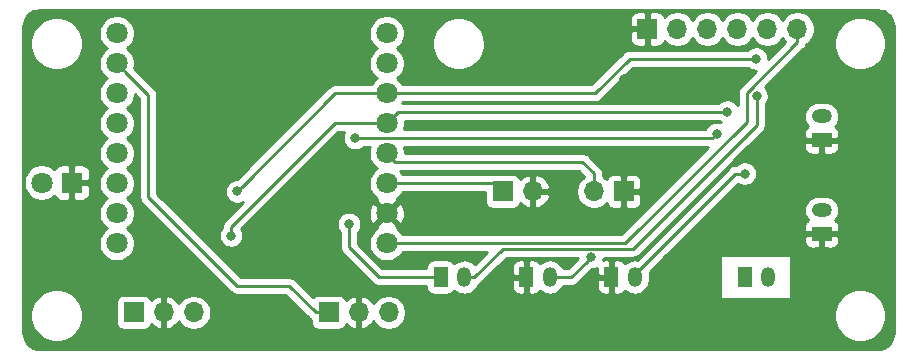
<source format=gbr>
G04 #@! TF.GenerationSoftware,KiCad,Pcbnew,(5.1.5)-3*
G04 #@! TF.CreationDate,2021-03-08T13:17:23+00:00*
G04 #@! TF.ProjectId,ESP8266ControllerCircuit,45535038-3236-4364-936f-6e74726f6c6c,rev?*
G04 #@! TF.SameCoordinates,Original*
G04 #@! TF.FileFunction,Copper,L2,Bot*
G04 #@! TF.FilePolarity,Positive*
%FSLAX46Y46*%
G04 Gerber Fmt 4.6, Leading zero omitted, Abs format (unit mm)*
G04 Created by KiCad (PCBNEW (5.1.5)-3) date 2021-03-08 13:17:23*
%MOMM*%
%LPD*%
G04 APERTURE LIST*
%ADD10R,1.700000X1.700000*%
%ADD11O,1.700000X1.700000*%
%ADD12R,1.700000X1.200000*%
%ADD13O,1.700000X1.200000*%
%ADD14R,1.200000X1.700000*%
%ADD15O,1.200000X1.700000*%
%ADD16R,1.800000X1.800000*%
%ADD17C,1.800000*%
%ADD18C,0.800000*%
%ADD19C,0.250000*%
%ADD20C,0.254000*%
G04 APERTURE END LIST*
D10*
X82500000Y-128250000D03*
D11*
X85040000Y-128250000D03*
X87580000Y-128250000D03*
D12*
X140750000Y-113650000D03*
D13*
X140750000Y-111650000D03*
D12*
X140750000Y-121600000D03*
D13*
X140750000Y-119600000D03*
D14*
X122950000Y-125250000D03*
D15*
X124950000Y-125250000D03*
D14*
X115750000Y-125250000D03*
D15*
X117750000Y-125250000D03*
D10*
X99000000Y-128250000D03*
D11*
X101540000Y-128250000D03*
X104080000Y-128250000D03*
D16*
X77250000Y-117250000D03*
D17*
X74710000Y-117250000D03*
D10*
X124000000Y-118000000D03*
D11*
X121460000Y-118000000D03*
D10*
X126000000Y-104250000D03*
D11*
X128540000Y-104250000D03*
X131080000Y-104250000D03*
X133620000Y-104250000D03*
X136160000Y-104250000D03*
X138700000Y-104250000D03*
D14*
X134250000Y-125250000D03*
D15*
X136250000Y-125250000D03*
D14*
X108500000Y-125250000D03*
D15*
X110500000Y-125250000D03*
D10*
X113750000Y-118000000D03*
D11*
X116290000Y-118000000D03*
D17*
X103930000Y-104610000D03*
X81070000Y-104610000D03*
X103930000Y-107150000D03*
X81070000Y-107150000D03*
X103930000Y-109690000D03*
X81070000Y-109690000D03*
X103930000Y-112230000D03*
X81070000Y-112230000D03*
X103930000Y-114770000D03*
X81070000Y-114770000D03*
X103930000Y-117310000D03*
X81070000Y-117310000D03*
X103930000Y-119850000D03*
X81070000Y-119850000D03*
X103930000Y-122390000D03*
X81070000Y-122390000D03*
D18*
X88000000Y-121000000D03*
X78500000Y-113500000D03*
X110000000Y-112500000D03*
X124000000Y-108500000D03*
X86250000Y-116500000D03*
X85750000Y-112250000D03*
X135243805Y-109935200D03*
X100750000Y-120750000D03*
X91250000Y-117999994D03*
X135210009Y-106765029D03*
X90749984Y-121750000D03*
X132750004Y-111250004D03*
X101250000Y-113500000D03*
X131875000Y-113125000D03*
X121249998Y-123565021D03*
X134250000Y-116500000D03*
D19*
X105202792Y-122390000D02*
X103930000Y-122390000D01*
X124110000Y-122390000D02*
X105202792Y-122390000D01*
X134401998Y-112098002D02*
X124110000Y-122390000D01*
X134401998Y-109671006D02*
X134401998Y-112098002D01*
X138700000Y-104250000D02*
X138700000Y-105373004D01*
X138700000Y-105373004D02*
X134401998Y-109671006D01*
X124796400Y-122840011D02*
X135243805Y-112392606D01*
X135243805Y-110500885D02*
X135243805Y-109935200D01*
X110500000Y-125250000D02*
X111350000Y-125250000D01*
X113759989Y-122840011D02*
X124796400Y-122840011D01*
X111350000Y-125250000D02*
X113759989Y-122840011D01*
X135243805Y-112392606D02*
X135243805Y-110500885D01*
X113060000Y-117310000D02*
X113750000Y-118000000D01*
X103930000Y-117310000D02*
X113060000Y-117310000D01*
X100750000Y-120750000D02*
X100750000Y-122750000D01*
X103250000Y-125250000D02*
X108500000Y-125250000D01*
X100750000Y-122750000D02*
X103250000Y-125250000D01*
X99559994Y-109690000D02*
X91649999Y-117599995D01*
X91649999Y-117599995D02*
X91250000Y-117999994D01*
X103930000Y-109690000D02*
X99559994Y-109690000D01*
X134644324Y-106765029D02*
X135210009Y-106765029D01*
X124484971Y-106765029D02*
X134644324Y-106765029D01*
X103930000Y-109690000D02*
X121560000Y-109690000D01*
X121560000Y-109690000D02*
X124484971Y-106765029D01*
X90749984Y-121000016D02*
X90749984Y-121750000D01*
X103930000Y-112230000D02*
X99520000Y-112230000D01*
X99520000Y-112230000D02*
X90749984Y-121000016D01*
X103930000Y-112230000D02*
X104909996Y-111250004D01*
X104909996Y-111250004D02*
X132184319Y-111250004D01*
X132184319Y-111250004D02*
X132750004Y-111250004D01*
X101250000Y-113500000D02*
X131500000Y-113500000D01*
X131500000Y-113500000D02*
X131875000Y-113125000D01*
X104660000Y-115500000D02*
X103930000Y-114770000D01*
X120500000Y-115500000D02*
X104660000Y-115500000D01*
X121460000Y-118000000D02*
X121460000Y-116460000D01*
X121460000Y-116460000D02*
X120500000Y-115500000D01*
X81969999Y-108049999D02*
X81070000Y-107150000D01*
X97900000Y-128250000D02*
X95650000Y-126000000D01*
X95650000Y-126000000D02*
X91250000Y-126000000D01*
X91250000Y-126000000D02*
X83750000Y-118500000D01*
X83750000Y-118500000D02*
X83750000Y-109830000D01*
X99000000Y-128250000D02*
X97900000Y-128250000D01*
X83750000Y-109830000D02*
X81969999Y-108049999D01*
X120849999Y-123965020D02*
X121249998Y-123565021D01*
X119565019Y-125250000D02*
X120849999Y-123965020D01*
X117750000Y-125250000D02*
X119565019Y-125250000D01*
X133684315Y-116500000D02*
X134250000Y-116500000D01*
X133450000Y-116500000D02*
X133684315Y-116500000D01*
X124950000Y-125250000D02*
X124950000Y-125000000D01*
X124950000Y-125000000D02*
X133450000Y-116500000D01*
D20*
G36*
X145759659Y-102688625D02*
G01*
X146009429Y-102764035D01*
X146239792Y-102886522D01*
X146441980Y-103051422D01*
X146608286Y-103252450D01*
X146732378Y-103481954D01*
X146809531Y-103731195D01*
X146840000Y-104021089D01*
X146840001Y-129967711D01*
X146811375Y-130259660D01*
X146735965Y-130509429D01*
X146613477Y-130739794D01*
X146448579Y-130941979D01*
X146247546Y-131108288D01*
X146018046Y-131232378D01*
X145768805Y-131309531D01*
X145478911Y-131340000D01*
X74532279Y-131340000D01*
X74240340Y-131311375D01*
X73990571Y-131235965D01*
X73760206Y-131113477D01*
X73558021Y-130948579D01*
X73391712Y-130747546D01*
X73267622Y-130518046D01*
X73190469Y-130268805D01*
X73160000Y-129978911D01*
X73160000Y-128279872D01*
X73765000Y-128279872D01*
X73765000Y-128720128D01*
X73850890Y-129151925D01*
X74019369Y-129558669D01*
X74263962Y-129924729D01*
X74575271Y-130236038D01*
X74941331Y-130480631D01*
X75348075Y-130649110D01*
X75779872Y-130735000D01*
X76220128Y-130735000D01*
X76651925Y-130649110D01*
X77058669Y-130480631D01*
X77424729Y-130236038D01*
X77736038Y-129924729D01*
X77980631Y-129558669D01*
X78149110Y-129151925D01*
X78235000Y-128720128D01*
X78235000Y-128279872D01*
X78149110Y-127848075D01*
X77980631Y-127441331D01*
X77953015Y-127400000D01*
X81011928Y-127400000D01*
X81011928Y-129100000D01*
X81024188Y-129224482D01*
X81060498Y-129344180D01*
X81119463Y-129454494D01*
X81198815Y-129551185D01*
X81295506Y-129630537D01*
X81405820Y-129689502D01*
X81525518Y-129725812D01*
X81650000Y-129738072D01*
X83350000Y-129738072D01*
X83474482Y-129725812D01*
X83594180Y-129689502D01*
X83704494Y-129630537D01*
X83801185Y-129551185D01*
X83880537Y-129454494D01*
X83939502Y-129344180D01*
X83963966Y-129263534D01*
X84039731Y-129347588D01*
X84273080Y-129521641D01*
X84535901Y-129646825D01*
X84683110Y-129691476D01*
X84913000Y-129570155D01*
X84913000Y-128377000D01*
X84893000Y-128377000D01*
X84893000Y-128123000D01*
X84913000Y-128123000D01*
X84913000Y-126929845D01*
X85167000Y-126929845D01*
X85167000Y-128123000D01*
X85187000Y-128123000D01*
X85187000Y-128377000D01*
X85167000Y-128377000D01*
X85167000Y-129570155D01*
X85396890Y-129691476D01*
X85544099Y-129646825D01*
X85806920Y-129521641D01*
X86040269Y-129347588D01*
X86235178Y-129131355D01*
X86304805Y-129014466D01*
X86426525Y-129196632D01*
X86633368Y-129403475D01*
X86876589Y-129565990D01*
X87146842Y-129677932D01*
X87433740Y-129735000D01*
X87726260Y-129735000D01*
X88013158Y-129677932D01*
X88283411Y-129565990D01*
X88526632Y-129403475D01*
X88733475Y-129196632D01*
X88895990Y-128953411D01*
X89007932Y-128683158D01*
X89065000Y-128396260D01*
X89065000Y-128103740D01*
X89007932Y-127816842D01*
X88895990Y-127546589D01*
X88733475Y-127303368D01*
X88526632Y-127096525D01*
X88283411Y-126934010D01*
X88013158Y-126822068D01*
X87726260Y-126765000D01*
X87433740Y-126765000D01*
X87146842Y-126822068D01*
X86876589Y-126934010D01*
X86633368Y-127096525D01*
X86426525Y-127303368D01*
X86304805Y-127485534D01*
X86235178Y-127368645D01*
X86040269Y-127152412D01*
X85806920Y-126978359D01*
X85544099Y-126853175D01*
X85396890Y-126808524D01*
X85167000Y-126929845D01*
X84913000Y-126929845D01*
X84683110Y-126808524D01*
X84535901Y-126853175D01*
X84273080Y-126978359D01*
X84039731Y-127152412D01*
X83963966Y-127236466D01*
X83939502Y-127155820D01*
X83880537Y-127045506D01*
X83801185Y-126948815D01*
X83704494Y-126869463D01*
X83594180Y-126810498D01*
X83474482Y-126774188D01*
X83350000Y-126761928D01*
X81650000Y-126761928D01*
X81525518Y-126774188D01*
X81405820Y-126810498D01*
X81295506Y-126869463D01*
X81198815Y-126948815D01*
X81119463Y-127045506D01*
X81060498Y-127155820D01*
X81024188Y-127275518D01*
X81011928Y-127400000D01*
X77953015Y-127400000D01*
X77736038Y-127075271D01*
X77424729Y-126763962D01*
X77058669Y-126519369D01*
X76651925Y-126350890D01*
X76220128Y-126265000D01*
X75779872Y-126265000D01*
X75348075Y-126350890D01*
X74941331Y-126519369D01*
X74575271Y-126763962D01*
X74263962Y-127075271D01*
X74019369Y-127441331D01*
X73850890Y-127848075D01*
X73765000Y-128279872D01*
X73160000Y-128279872D01*
X73160000Y-117098816D01*
X73175000Y-117098816D01*
X73175000Y-117401184D01*
X73233989Y-117697743D01*
X73349701Y-117977095D01*
X73517688Y-118228505D01*
X73731495Y-118442312D01*
X73982905Y-118610299D01*
X74262257Y-118726011D01*
X74558816Y-118785000D01*
X74861184Y-118785000D01*
X75157743Y-118726011D01*
X75437095Y-118610299D01*
X75688505Y-118442312D01*
X75754944Y-118375873D01*
X75760498Y-118394180D01*
X75819463Y-118504494D01*
X75898815Y-118601185D01*
X75995506Y-118680537D01*
X76105820Y-118739502D01*
X76225518Y-118775812D01*
X76350000Y-118788072D01*
X76964250Y-118785000D01*
X77123000Y-118626250D01*
X77123000Y-117377000D01*
X77377000Y-117377000D01*
X77377000Y-118626250D01*
X77535750Y-118785000D01*
X78150000Y-118788072D01*
X78274482Y-118775812D01*
X78394180Y-118739502D01*
X78504494Y-118680537D01*
X78601185Y-118601185D01*
X78680537Y-118504494D01*
X78739502Y-118394180D01*
X78775812Y-118274482D01*
X78788072Y-118150000D01*
X78785000Y-117535750D01*
X78626250Y-117377000D01*
X77377000Y-117377000D01*
X77123000Y-117377000D01*
X77103000Y-117377000D01*
X77103000Y-117123000D01*
X77123000Y-117123000D01*
X77123000Y-115873750D01*
X77377000Y-115873750D01*
X77377000Y-117123000D01*
X78626250Y-117123000D01*
X78785000Y-116964250D01*
X78788072Y-116350000D01*
X78775812Y-116225518D01*
X78739502Y-116105820D01*
X78680537Y-115995506D01*
X78601185Y-115898815D01*
X78504494Y-115819463D01*
X78394180Y-115760498D01*
X78274482Y-115724188D01*
X78150000Y-115711928D01*
X77535750Y-115715000D01*
X77377000Y-115873750D01*
X77123000Y-115873750D01*
X76964250Y-115715000D01*
X76350000Y-115711928D01*
X76225518Y-115724188D01*
X76105820Y-115760498D01*
X75995506Y-115819463D01*
X75898815Y-115898815D01*
X75819463Y-115995506D01*
X75760498Y-116105820D01*
X75754944Y-116124127D01*
X75688505Y-116057688D01*
X75437095Y-115889701D01*
X75157743Y-115773989D01*
X74861184Y-115715000D01*
X74558816Y-115715000D01*
X74262257Y-115773989D01*
X73982905Y-115889701D01*
X73731495Y-116057688D01*
X73517688Y-116271495D01*
X73349701Y-116522905D01*
X73233989Y-116802257D01*
X73175000Y-117098816D01*
X73160000Y-117098816D01*
X73160000Y-105279872D01*
X73765000Y-105279872D01*
X73765000Y-105720128D01*
X73850890Y-106151925D01*
X74019369Y-106558669D01*
X74263962Y-106924729D01*
X74575271Y-107236038D01*
X74941331Y-107480631D01*
X75348075Y-107649110D01*
X75779872Y-107735000D01*
X76220128Y-107735000D01*
X76651925Y-107649110D01*
X77058669Y-107480631D01*
X77424729Y-107236038D01*
X77736038Y-106924729D01*
X77980631Y-106558669D01*
X78149110Y-106151925D01*
X78235000Y-105720128D01*
X78235000Y-105279872D01*
X78149110Y-104848075D01*
X77987874Y-104458816D01*
X79535000Y-104458816D01*
X79535000Y-104761184D01*
X79593989Y-105057743D01*
X79709701Y-105337095D01*
X79877688Y-105588505D01*
X80091495Y-105802312D01*
X80207763Y-105880000D01*
X80091495Y-105957688D01*
X79877688Y-106171495D01*
X79709701Y-106422905D01*
X79593989Y-106702257D01*
X79535000Y-106998816D01*
X79535000Y-107301184D01*
X79593989Y-107597743D01*
X79709701Y-107877095D01*
X79877688Y-108128505D01*
X80091495Y-108342312D01*
X80207763Y-108420000D01*
X80091495Y-108497688D01*
X79877688Y-108711495D01*
X79709701Y-108962905D01*
X79593989Y-109242257D01*
X79535000Y-109538816D01*
X79535000Y-109841184D01*
X79593989Y-110137743D01*
X79709701Y-110417095D01*
X79877688Y-110668505D01*
X80091495Y-110882312D01*
X80207763Y-110960000D01*
X80091495Y-111037688D01*
X79877688Y-111251495D01*
X79709701Y-111502905D01*
X79593989Y-111782257D01*
X79535000Y-112078816D01*
X79535000Y-112381184D01*
X79593989Y-112677743D01*
X79709701Y-112957095D01*
X79877688Y-113208505D01*
X80091495Y-113422312D01*
X80207763Y-113500000D01*
X80091495Y-113577688D01*
X79877688Y-113791495D01*
X79709701Y-114042905D01*
X79593989Y-114322257D01*
X79535000Y-114618816D01*
X79535000Y-114921184D01*
X79593989Y-115217743D01*
X79709701Y-115497095D01*
X79877688Y-115748505D01*
X80091495Y-115962312D01*
X80207763Y-116040000D01*
X80091495Y-116117688D01*
X79877688Y-116331495D01*
X79709701Y-116582905D01*
X79593989Y-116862257D01*
X79535000Y-117158816D01*
X79535000Y-117461184D01*
X79593989Y-117757743D01*
X79709701Y-118037095D01*
X79877688Y-118288505D01*
X80091495Y-118502312D01*
X80207763Y-118580000D01*
X80091495Y-118657688D01*
X79877688Y-118871495D01*
X79709701Y-119122905D01*
X79593989Y-119402257D01*
X79535000Y-119698816D01*
X79535000Y-120001184D01*
X79593989Y-120297743D01*
X79709701Y-120577095D01*
X79877688Y-120828505D01*
X80091495Y-121042312D01*
X80207763Y-121120000D01*
X80091495Y-121197688D01*
X79877688Y-121411495D01*
X79709701Y-121662905D01*
X79593989Y-121942257D01*
X79535000Y-122238816D01*
X79535000Y-122541184D01*
X79593989Y-122837743D01*
X79709701Y-123117095D01*
X79877688Y-123368505D01*
X80091495Y-123582312D01*
X80342905Y-123750299D01*
X80622257Y-123866011D01*
X80918816Y-123925000D01*
X81221184Y-123925000D01*
X81517743Y-123866011D01*
X81797095Y-123750299D01*
X82048505Y-123582312D01*
X82262312Y-123368505D01*
X82430299Y-123117095D01*
X82546011Y-122837743D01*
X82605000Y-122541184D01*
X82605000Y-122238816D01*
X82546011Y-121942257D01*
X82430299Y-121662905D01*
X82262312Y-121411495D01*
X82048505Y-121197688D01*
X81932237Y-121120000D01*
X82048505Y-121042312D01*
X82262312Y-120828505D01*
X82430299Y-120577095D01*
X82546011Y-120297743D01*
X82605000Y-120001184D01*
X82605000Y-119698816D01*
X82546011Y-119402257D01*
X82430299Y-119122905D01*
X82262312Y-118871495D01*
X82048505Y-118657688D01*
X81932237Y-118580000D01*
X82048505Y-118502312D01*
X82262312Y-118288505D01*
X82430299Y-118037095D01*
X82546011Y-117757743D01*
X82605000Y-117461184D01*
X82605000Y-117158816D01*
X82546011Y-116862257D01*
X82430299Y-116582905D01*
X82262312Y-116331495D01*
X82048505Y-116117688D01*
X81932237Y-116040000D01*
X82048505Y-115962312D01*
X82262312Y-115748505D01*
X82430299Y-115497095D01*
X82546011Y-115217743D01*
X82605000Y-114921184D01*
X82605000Y-114618816D01*
X82546011Y-114322257D01*
X82430299Y-114042905D01*
X82262312Y-113791495D01*
X82048505Y-113577688D01*
X81932237Y-113500000D01*
X82048505Y-113422312D01*
X82262312Y-113208505D01*
X82430299Y-112957095D01*
X82546011Y-112677743D01*
X82605000Y-112381184D01*
X82605000Y-112078816D01*
X82546011Y-111782257D01*
X82430299Y-111502905D01*
X82262312Y-111251495D01*
X82048505Y-111037688D01*
X81932237Y-110960000D01*
X82048505Y-110882312D01*
X82262312Y-110668505D01*
X82430299Y-110417095D01*
X82546011Y-110137743D01*
X82605000Y-109841184D01*
X82605000Y-109759802D01*
X82990001Y-110144803D01*
X82990000Y-118462678D01*
X82986324Y-118500000D01*
X82990000Y-118537322D01*
X82990000Y-118537332D01*
X83000997Y-118648985D01*
X83031337Y-118749003D01*
X83044454Y-118792246D01*
X83115026Y-118924276D01*
X83148879Y-118965525D01*
X83209999Y-119040001D01*
X83239003Y-119063804D01*
X90686200Y-126511002D01*
X90709999Y-126540001D01*
X90825724Y-126634974D01*
X90957753Y-126705546D01*
X91101014Y-126749003D01*
X91212667Y-126760000D01*
X91212675Y-126760000D01*
X91250000Y-126763676D01*
X91287325Y-126760000D01*
X95335199Y-126760000D01*
X97336201Y-128761003D01*
X97359999Y-128790001D01*
X97388997Y-128813799D01*
X97475724Y-128884974D01*
X97511928Y-128904326D01*
X97511928Y-129100000D01*
X97524188Y-129224482D01*
X97560498Y-129344180D01*
X97619463Y-129454494D01*
X97698815Y-129551185D01*
X97795506Y-129630537D01*
X97905820Y-129689502D01*
X98025518Y-129725812D01*
X98150000Y-129738072D01*
X99850000Y-129738072D01*
X99974482Y-129725812D01*
X100094180Y-129689502D01*
X100204494Y-129630537D01*
X100301185Y-129551185D01*
X100380537Y-129454494D01*
X100439502Y-129344180D01*
X100463966Y-129263534D01*
X100539731Y-129347588D01*
X100773080Y-129521641D01*
X101035901Y-129646825D01*
X101183110Y-129691476D01*
X101413000Y-129570155D01*
X101413000Y-128377000D01*
X101393000Y-128377000D01*
X101393000Y-128123000D01*
X101413000Y-128123000D01*
X101413000Y-126929845D01*
X101667000Y-126929845D01*
X101667000Y-128123000D01*
X101687000Y-128123000D01*
X101687000Y-128377000D01*
X101667000Y-128377000D01*
X101667000Y-129570155D01*
X101896890Y-129691476D01*
X102044099Y-129646825D01*
X102306920Y-129521641D01*
X102540269Y-129347588D01*
X102735178Y-129131355D01*
X102804805Y-129014466D01*
X102926525Y-129196632D01*
X103133368Y-129403475D01*
X103376589Y-129565990D01*
X103646842Y-129677932D01*
X103933740Y-129735000D01*
X104226260Y-129735000D01*
X104513158Y-129677932D01*
X104783411Y-129565990D01*
X105026632Y-129403475D01*
X105233475Y-129196632D01*
X105395990Y-128953411D01*
X105507932Y-128683158D01*
X105565000Y-128396260D01*
X105565000Y-128279872D01*
X141765000Y-128279872D01*
X141765000Y-128720128D01*
X141850890Y-129151925D01*
X142019369Y-129558669D01*
X142263962Y-129924729D01*
X142575271Y-130236038D01*
X142941331Y-130480631D01*
X143348075Y-130649110D01*
X143779872Y-130735000D01*
X144220128Y-130735000D01*
X144651925Y-130649110D01*
X145058669Y-130480631D01*
X145424729Y-130236038D01*
X145736038Y-129924729D01*
X145980631Y-129558669D01*
X146149110Y-129151925D01*
X146235000Y-128720128D01*
X146235000Y-128279872D01*
X146149110Y-127848075D01*
X145980631Y-127441331D01*
X145736038Y-127075271D01*
X145424729Y-126763962D01*
X145058669Y-126519369D01*
X144651925Y-126350890D01*
X144220128Y-126265000D01*
X143779872Y-126265000D01*
X143348075Y-126350890D01*
X142941331Y-126519369D01*
X142575271Y-126763962D01*
X142263962Y-127075271D01*
X142019369Y-127441331D01*
X141850890Y-127848075D01*
X141765000Y-128279872D01*
X105565000Y-128279872D01*
X105565000Y-128103740D01*
X105507932Y-127816842D01*
X105395990Y-127546589D01*
X105233475Y-127303368D01*
X105026632Y-127096525D01*
X104783411Y-126934010D01*
X104513158Y-126822068D01*
X104226260Y-126765000D01*
X103933740Y-126765000D01*
X103646842Y-126822068D01*
X103376589Y-126934010D01*
X103133368Y-127096525D01*
X102926525Y-127303368D01*
X102804805Y-127485534D01*
X102735178Y-127368645D01*
X102540269Y-127152412D01*
X102306920Y-126978359D01*
X102044099Y-126853175D01*
X101896890Y-126808524D01*
X101667000Y-126929845D01*
X101413000Y-126929845D01*
X101183110Y-126808524D01*
X101035901Y-126853175D01*
X100773080Y-126978359D01*
X100539731Y-127152412D01*
X100463966Y-127236466D01*
X100439502Y-127155820D01*
X100380537Y-127045506D01*
X100301185Y-126948815D01*
X100204494Y-126869463D01*
X100094180Y-126810498D01*
X99974482Y-126774188D01*
X99850000Y-126761928D01*
X98150000Y-126761928D01*
X98025518Y-126774188D01*
X97905820Y-126810498D01*
X97795506Y-126869463D01*
X97698815Y-126948815D01*
X97687457Y-126962655D01*
X96213804Y-125489003D01*
X96190001Y-125459999D01*
X96074276Y-125365026D01*
X95942247Y-125294454D01*
X95798986Y-125250997D01*
X95687333Y-125240000D01*
X95687322Y-125240000D01*
X95650000Y-125236324D01*
X95612678Y-125240000D01*
X91564802Y-125240000D01*
X87972863Y-121648061D01*
X89714984Y-121648061D01*
X89714984Y-121851939D01*
X89754758Y-122051898D01*
X89832779Y-122240256D01*
X89946047Y-122409774D01*
X90090210Y-122553937D01*
X90259728Y-122667205D01*
X90448086Y-122745226D01*
X90648045Y-122785000D01*
X90851923Y-122785000D01*
X91051882Y-122745226D01*
X91240240Y-122667205D01*
X91409758Y-122553937D01*
X91553921Y-122409774D01*
X91667189Y-122240256D01*
X91745210Y-122051898D01*
X91784984Y-121851939D01*
X91784984Y-121648061D01*
X91745210Y-121448102D01*
X91667189Y-121259744D01*
X91626281Y-121198520D01*
X99834802Y-112990000D01*
X100345987Y-112990000D01*
X100332795Y-113009744D01*
X100254774Y-113198102D01*
X100215000Y-113398061D01*
X100215000Y-113601939D01*
X100254774Y-113801898D01*
X100332795Y-113990256D01*
X100446063Y-114159774D01*
X100590226Y-114303937D01*
X100759744Y-114417205D01*
X100948102Y-114495226D01*
X101148061Y-114535000D01*
X101351939Y-114535000D01*
X101551898Y-114495226D01*
X101740256Y-114417205D01*
X101909774Y-114303937D01*
X101953711Y-114260000D01*
X102479777Y-114260000D01*
X102453989Y-114322257D01*
X102395000Y-114618816D01*
X102395000Y-114921184D01*
X102453989Y-115217743D01*
X102569701Y-115497095D01*
X102737688Y-115748505D01*
X102951495Y-115962312D01*
X103067763Y-116040000D01*
X102951495Y-116117688D01*
X102737688Y-116331495D01*
X102569701Y-116582905D01*
X102453989Y-116862257D01*
X102395000Y-117158816D01*
X102395000Y-117461184D01*
X102453989Y-117757743D01*
X102569701Y-118037095D01*
X102737688Y-118288505D01*
X102951495Y-118502312D01*
X103105105Y-118604951D01*
X103045525Y-118785920D01*
X103930000Y-119670395D01*
X104814475Y-118785920D01*
X104754895Y-118604951D01*
X104908505Y-118502312D01*
X105122312Y-118288505D01*
X105268313Y-118070000D01*
X112261928Y-118070000D01*
X112261928Y-118850000D01*
X112274188Y-118974482D01*
X112310498Y-119094180D01*
X112369463Y-119204494D01*
X112448815Y-119301185D01*
X112545506Y-119380537D01*
X112655820Y-119439502D01*
X112775518Y-119475812D01*
X112900000Y-119488072D01*
X114600000Y-119488072D01*
X114724482Y-119475812D01*
X114844180Y-119439502D01*
X114954494Y-119380537D01*
X115051185Y-119301185D01*
X115130537Y-119204494D01*
X115189502Y-119094180D01*
X115213966Y-119013534D01*
X115289731Y-119097588D01*
X115523080Y-119271641D01*
X115785901Y-119396825D01*
X115933110Y-119441476D01*
X116163000Y-119320155D01*
X116163000Y-118127000D01*
X116417000Y-118127000D01*
X116417000Y-119320155D01*
X116646890Y-119441476D01*
X116794099Y-119396825D01*
X117056920Y-119271641D01*
X117290269Y-119097588D01*
X117485178Y-118881355D01*
X117634157Y-118631252D01*
X117731481Y-118356891D01*
X117610814Y-118127000D01*
X116417000Y-118127000D01*
X116163000Y-118127000D01*
X116143000Y-118127000D01*
X116143000Y-117873000D01*
X116163000Y-117873000D01*
X116163000Y-116679845D01*
X116417000Y-116679845D01*
X116417000Y-117873000D01*
X117610814Y-117873000D01*
X117731481Y-117643109D01*
X117634157Y-117368748D01*
X117485178Y-117118645D01*
X117290269Y-116902412D01*
X117056920Y-116728359D01*
X116794099Y-116603175D01*
X116646890Y-116558524D01*
X116417000Y-116679845D01*
X116163000Y-116679845D01*
X115933110Y-116558524D01*
X115785901Y-116603175D01*
X115523080Y-116728359D01*
X115289731Y-116902412D01*
X115213966Y-116986466D01*
X115189502Y-116905820D01*
X115130537Y-116795506D01*
X115051185Y-116698815D01*
X114954494Y-116619463D01*
X114844180Y-116560498D01*
X114724482Y-116524188D01*
X114600000Y-116511928D01*
X112900000Y-116511928D01*
X112775518Y-116524188D01*
X112690427Y-116550000D01*
X105268313Y-116550000D01*
X105122312Y-116331495D01*
X105050817Y-116260000D01*
X120185199Y-116260000D01*
X120668241Y-116743042D01*
X120513368Y-116846525D01*
X120306525Y-117053368D01*
X120144010Y-117296589D01*
X120032068Y-117566842D01*
X119975000Y-117853740D01*
X119975000Y-118146260D01*
X120032068Y-118433158D01*
X120144010Y-118703411D01*
X120306525Y-118946632D01*
X120513368Y-119153475D01*
X120756589Y-119315990D01*
X121026842Y-119427932D01*
X121313740Y-119485000D01*
X121606260Y-119485000D01*
X121893158Y-119427932D01*
X122163411Y-119315990D01*
X122406632Y-119153475D01*
X122538487Y-119021620D01*
X122560498Y-119094180D01*
X122619463Y-119204494D01*
X122698815Y-119301185D01*
X122795506Y-119380537D01*
X122905820Y-119439502D01*
X123025518Y-119475812D01*
X123150000Y-119488072D01*
X123714250Y-119485000D01*
X123873000Y-119326250D01*
X123873000Y-118127000D01*
X124127000Y-118127000D01*
X124127000Y-119326250D01*
X124285750Y-119485000D01*
X124850000Y-119488072D01*
X124974482Y-119475812D01*
X125094180Y-119439502D01*
X125204494Y-119380537D01*
X125301185Y-119301185D01*
X125380537Y-119204494D01*
X125439502Y-119094180D01*
X125475812Y-118974482D01*
X125488072Y-118850000D01*
X125485000Y-118285750D01*
X125326250Y-118127000D01*
X124127000Y-118127000D01*
X123873000Y-118127000D01*
X123853000Y-118127000D01*
X123853000Y-117873000D01*
X123873000Y-117873000D01*
X123873000Y-116673750D01*
X124127000Y-116673750D01*
X124127000Y-117873000D01*
X125326250Y-117873000D01*
X125485000Y-117714250D01*
X125488072Y-117150000D01*
X125475812Y-117025518D01*
X125439502Y-116905820D01*
X125380537Y-116795506D01*
X125301185Y-116698815D01*
X125204494Y-116619463D01*
X125094180Y-116560498D01*
X124974482Y-116524188D01*
X124850000Y-116511928D01*
X124285750Y-116515000D01*
X124127000Y-116673750D01*
X123873000Y-116673750D01*
X123714250Y-116515000D01*
X123150000Y-116511928D01*
X123025518Y-116524188D01*
X122905820Y-116560498D01*
X122795506Y-116619463D01*
X122698815Y-116698815D01*
X122619463Y-116795506D01*
X122560498Y-116905820D01*
X122538487Y-116978380D01*
X122406632Y-116846525D01*
X122220000Y-116721822D01*
X122220000Y-116497322D01*
X122223676Y-116459999D01*
X122220000Y-116422677D01*
X122220000Y-116422667D01*
X122209003Y-116311014D01*
X122165546Y-116167753D01*
X122145526Y-116130299D01*
X122094974Y-116035723D01*
X122023799Y-115948997D01*
X122000001Y-115919999D01*
X121971003Y-115896201D01*
X121063804Y-114989002D01*
X121040001Y-114959999D01*
X120924276Y-114865026D01*
X120792247Y-114794454D01*
X120648986Y-114750997D01*
X120537333Y-114740000D01*
X120537322Y-114740000D01*
X120500000Y-114736324D01*
X120462678Y-114740000D01*
X105465000Y-114740000D01*
X105465000Y-114618816D01*
X105406011Y-114322257D01*
X105380223Y-114260000D01*
X131165198Y-114260000D01*
X123795199Y-121630000D01*
X105268313Y-121630000D01*
X105122312Y-121411495D01*
X104908505Y-121197688D01*
X104754895Y-121095049D01*
X104814475Y-120914080D01*
X103930000Y-120029605D01*
X103045525Y-120914080D01*
X103105105Y-121095049D01*
X102951495Y-121197688D01*
X102737688Y-121411495D01*
X102569701Y-121662905D01*
X102453989Y-121942257D01*
X102395000Y-122238816D01*
X102395000Y-122541184D01*
X102453989Y-122837743D01*
X102569701Y-123117095D01*
X102737688Y-123368505D01*
X102951495Y-123582312D01*
X103202905Y-123750299D01*
X103482257Y-123866011D01*
X103778816Y-123925000D01*
X104081184Y-123925000D01*
X104377743Y-123866011D01*
X104657095Y-123750299D01*
X104908505Y-123582312D01*
X105122312Y-123368505D01*
X105268313Y-123150000D01*
X112375198Y-123150000D01*
X111388860Y-124136338D01*
X111377502Y-124122498D01*
X111189448Y-123968167D01*
X110974900Y-123853489D01*
X110742101Y-123782870D01*
X110500000Y-123759025D01*
X110257898Y-123782870D01*
X110025099Y-123853489D01*
X109810551Y-123968167D01*
X109656691Y-124094436D01*
X109630537Y-124045506D01*
X109551185Y-123948815D01*
X109454494Y-123869463D01*
X109344180Y-123810498D01*
X109224482Y-123774188D01*
X109100000Y-123761928D01*
X107900000Y-123761928D01*
X107775518Y-123774188D01*
X107655820Y-123810498D01*
X107545506Y-123869463D01*
X107448815Y-123948815D01*
X107369463Y-124045506D01*
X107310498Y-124155820D01*
X107274188Y-124275518D01*
X107261928Y-124400000D01*
X107261928Y-124490000D01*
X103564802Y-124490000D01*
X101510000Y-122435199D01*
X101510000Y-121453711D01*
X101553937Y-121409774D01*
X101667205Y-121240256D01*
X101745226Y-121051898D01*
X101785000Y-120851939D01*
X101785000Y-120648061D01*
X101745226Y-120448102D01*
X101667205Y-120259744D01*
X101553937Y-120090226D01*
X101409774Y-119946063D01*
X101365610Y-119916553D01*
X102389009Y-119916553D01*
X102431603Y-120215907D01*
X102531778Y-120501199D01*
X102611739Y-120650792D01*
X102865920Y-120734475D01*
X103750395Y-119850000D01*
X104109605Y-119850000D01*
X104994080Y-120734475D01*
X105248261Y-120650792D01*
X105379158Y-120378225D01*
X105454365Y-120085358D01*
X105470991Y-119783447D01*
X105428397Y-119484093D01*
X105328222Y-119198801D01*
X105248261Y-119049208D01*
X104994080Y-118965525D01*
X104109605Y-119850000D01*
X103750395Y-119850000D01*
X102865920Y-118965525D01*
X102611739Y-119049208D01*
X102480842Y-119321775D01*
X102405635Y-119614642D01*
X102389009Y-119916553D01*
X101365610Y-119916553D01*
X101240256Y-119832795D01*
X101051898Y-119754774D01*
X100851939Y-119715000D01*
X100648061Y-119715000D01*
X100448102Y-119754774D01*
X100259744Y-119832795D01*
X100090226Y-119946063D01*
X99946063Y-120090226D01*
X99832795Y-120259744D01*
X99754774Y-120448102D01*
X99715000Y-120648061D01*
X99715000Y-120851939D01*
X99754774Y-121051898D01*
X99832795Y-121240256D01*
X99946063Y-121409774D01*
X99990000Y-121453711D01*
X99990001Y-122712668D01*
X99986324Y-122750000D01*
X99990001Y-122787333D01*
X99997107Y-122859475D01*
X100000998Y-122898985D01*
X100044454Y-123042246D01*
X100115026Y-123174276D01*
X100184947Y-123259474D01*
X100210000Y-123290001D01*
X100238998Y-123313799D01*
X102686201Y-125761003D01*
X102709999Y-125790001D01*
X102738997Y-125813799D01*
X102825723Y-125884974D01*
X102957753Y-125955546D01*
X103101014Y-125999003D01*
X103212667Y-126010000D01*
X103212677Y-126010000D01*
X103250000Y-126013676D01*
X103287323Y-126010000D01*
X107261928Y-126010000D01*
X107261928Y-126100000D01*
X107274188Y-126224482D01*
X107310498Y-126344180D01*
X107369463Y-126454494D01*
X107448815Y-126551185D01*
X107545506Y-126630537D01*
X107655820Y-126689502D01*
X107775518Y-126725812D01*
X107900000Y-126738072D01*
X109100000Y-126738072D01*
X109224482Y-126725812D01*
X109344180Y-126689502D01*
X109454494Y-126630537D01*
X109551185Y-126551185D01*
X109630537Y-126454494D01*
X109656692Y-126405563D01*
X109810552Y-126531833D01*
X110025100Y-126646511D01*
X110257899Y-126717130D01*
X110500000Y-126740975D01*
X110742102Y-126717130D01*
X110974901Y-126646511D01*
X111189449Y-126531833D01*
X111377502Y-126377502D01*
X111531833Y-126189449D01*
X111579644Y-126100000D01*
X114511928Y-126100000D01*
X114524188Y-126224482D01*
X114560498Y-126344180D01*
X114619463Y-126454494D01*
X114698815Y-126551185D01*
X114795506Y-126630537D01*
X114905820Y-126689502D01*
X115025518Y-126725812D01*
X115150000Y-126738072D01*
X115464250Y-126735000D01*
X115623000Y-126576250D01*
X115623000Y-125377000D01*
X114673750Y-125377000D01*
X114515000Y-125535750D01*
X114511928Y-126100000D01*
X111579644Y-126100000D01*
X111646511Y-125974900D01*
X111654343Y-125949080D01*
X111774276Y-125884974D01*
X111890001Y-125790001D01*
X111913804Y-125760997D01*
X113274801Y-124400000D01*
X114511928Y-124400000D01*
X114515000Y-124964250D01*
X114673750Y-125123000D01*
X115623000Y-125123000D01*
X115623000Y-123923750D01*
X115464250Y-123765000D01*
X115150000Y-123761928D01*
X115025518Y-123774188D01*
X114905820Y-123810498D01*
X114795506Y-123869463D01*
X114698815Y-123948815D01*
X114619463Y-124045506D01*
X114560498Y-124155820D01*
X114524188Y-124275518D01*
X114511928Y-124400000D01*
X113274801Y-124400000D01*
X114074791Y-123600011D01*
X120140206Y-123600011D01*
X119250218Y-124490000D01*
X118877750Y-124490000D01*
X118781833Y-124310551D01*
X118627502Y-124122498D01*
X118439448Y-123968167D01*
X118224900Y-123853489D01*
X117992101Y-123782870D01*
X117750000Y-123759025D01*
X117507898Y-123782870D01*
X117275099Y-123853489D01*
X117060551Y-123968167D01*
X116906691Y-124094436D01*
X116880537Y-124045506D01*
X116801185Y-123948815D01*
X116704494Y-123869463D01*
X116594180Y-123810498D01*
X116474482Y-123774188D01*
X116350000Y-123761928D01*
X116035750Y-123765000D01*
X115877000Y-123923750D01*
X115877000Y-125123000D01*
X115897000Y-125123000D01*
X115897000Y-125377000D01*
X115877000Y-125377000D01*
X115877000Y-126576250D01*
X116035750Y-126735000D01*
X116350000Y-126738072D01*
X116474482Y-126725812D01*
X116594180Y-126689502D01*
X116704494Y-126630537D01*
X116801185Y-126551185D01*
X116880537Y-126454494D01*
X116906692Y-126405563D01*
X117060552Y-126531833D01*
X117275100Y-126646511D01*
X117507899Y-126717130D01*
X117750000Y-126740975D01*
X117992102Y-126717130D01*
X118224901Y-126646511D01*
X118439449Y-126531833D01*
X118627502Y-126377502D01*
X118781833Y-126189449D01*
X118829644Y-126100000D01*
X121711928Y-126100000D01*
X121724188Y-126224482D01*
X121760498Y-126344180D01*
X121819463Y-126454494D01*
X121898815Y-126551185D01*
X121995506Y-126630537D01*
X122105820Y-126689502D01*
X122225518Y-126725812D01*
X122350000Y-126738072D01*
X122664250Y-126735000D01*
X122823000Y-126576250D01*
X122823000Y-125377000D01*
X121873750Y-125377000D01*
X121715000Y-125535750D01*
X121711928Y-126100000D01*
X118829644Y-126100000D01*
X118877750Y-126010000D01*
X119527697Y-126010000D01*
X119565019Y-126013676D01*
X119602341Y-126010000D01*
X119602352Y-126010000D01*
X119714005Y-125999003D01*
X119857266Y-125955546D01*
X119989295Y-125884974D01*
X120105020Y-125790001D01*
X120128823Y-125760997D01*
X121289800Y-124600021D01*
X121351937Y-124600021D01*
X121551896Y-124560247D01*
X121712438Y-124493748D01*
X121715000Y-124964250D01*
X121873750Y-125123000D01*
X122823000Y-125123000D01*
X122823000Y-123923750D01*
X123077000Y-123923750D01*
X123077000Y-125123000D01*
X123097000Y-125123000D01*
X123097000Y-125377000D01*
X123077000Y-125377000D01*
X123077000Y-126576250D01*
X123235750Y-126735000D01*
X123550000Y-126738072D01*
X123674482Y-126725812D01*
X123794180Y-126689502D01*
X123904494Y-126630537D01*
X124001185Y-126551185D01*
X124080537Y-126454494D01*
X124106692Y-126405563D01*
X124260552Y-126531833D01*
X124475100Y-126646511D01*
X124707899Y-126717130D01*
X124950000Y-126740975D01*
X125192102Y-126717130D01*
X125424901Y-126646511D01*
X125639449Y-126531833D01*
X125827502Y-126377502D01*
X125981833Y-126189449D01*
X126096511Y-125974900D01*
X126167130Y-125742101D01*
X126185000Y-125560664D01*
X126185000Y-124939335D01*
X126176076Y-124848725D01*
X127524801Y-123500000D01*
X132123000Y-123500000D01*
X132123000Y-127000000D01*
X132125440Y-127024776D01*
X132132667Y-127048601D01*
X132144403Y-127070557D01*
X132160197Y-127089803D01*
X132179443Y-127105597D01*
X132201399Y-127117333D01*
X132225224Y-127124560D01*
X132250000Y-127127000D01*
X138000000Y-127127000D01*
X138024776Y-127124560D01*
X138048601Y-127117333D01*
X138070557Y-127105597D01*
X138089803Y-127089803D01*
X138105597Y-127070557D01*
X138117333Y-127048601D01*
X138124560Y-127024776D01*
X138127000Y-127000000D01*
X138127000Y-123500000D01*
X138124560Y-123475224D01*
X138117333Y-123451399D01*
X138105597Y-123429443D01*
X138089803Y-123410197D01*
X138070557Y-123394403D01*
X138048601Y-123382667D01*
X138024776Y-123375440D01*
X138000000Y-123373000D01*
X132250000Y-123373000D01*
X132225224Y-123375440D01*
X132201399Y-123382667D01*
X132179443Y-123394403D01*
X132160197Y-123410197D01*
X132144403Y-123429443D01*
X132132667Y-123451399D01*
X132125440Y-123475224D01*
X132123000Y-123500000D01*
X127524801Y-123500000D01*
X128824801Y-122200000D01*
X139261928Y-122200000D01*
X139274188Y-122324482D01*
X139310498Y-122444180D01*
X139369463Y-122554494D01*
X139448815Y-122651185D01*
X139545506Y-122730537D01*
X139655820Y-122789502D01*
X139775518Y-122825812D01*
X139900000Y-122838072D01*
X140464250Y-122835000D01*
X140623000Y-122676250D01*
X140623000Y-121727000D01*
X140877000Y-121727000D01*
X140877000Y-122676250D01*
X141035750Y-122835000D01*
X141600000Y-122838072D01*
X141724482Y-122825812D01*
X141844180Y-122789502D01*
X141954494Y-122730537D01*
X142051185Y-122651185D01*
X142130537Y-122554494D01*
X142189502Y-122444180D01*
X142225812Y-122324482D01*
X142238072Y-122200000D01*
X142235000Y-121885750D01*
X142076250Y-121727000D01*
X140877000Y-121727000D01*
X140623000Y-121727000D01*
X139423750Y-121727000D01*
X139265000Y-121885750D01*
X139261928Y-122200000D01*
X128824801Y-122200000D01*
X131424801Y-119600000D01*
X139259025Y-119600000D01*
X139282870Y-119842102D01*
X139353489Y-120074901D01*
X139468167Y-120289449D01*
X139594436Y-120443309D01*
X139545506Y-120469463D01*
X139448815Y-120548815D01*
X139369463Y-120645506D01*
X139310498Y-120755820D01*
X139274188Y-120875518D01*
X139261928Y-121000000D01*
X139265000Y-121314250D01*
X139423750Y-121473000D01*
X140623000Y-121473000D01*
X140623000Y-121453000D01*
X140877000Y-121453000D01*
X140877000Y-121473000D01*
X142076250Y-121473000D01*
X142235000Y-121314250D01*
X142238072Y-121000000D01*
X142225812Y-120875518D01*
X142189502Y-120755820D01*
X142130537Y-120645506D01*
X142051185Y-120548815D01*
X141954494Y-120469463D01*
X141905564Y-120443309D01*
X142031833Y-120289449D01*
X142146511Y-120074901D01*
X142217130Y-119842102D01*
X142240975Y-119600000D01*
X142217130Y-119357898D01*
X142146511Y-119125099D01*
X142031833Y-118910551D01*
X141877502Y-118722498D01*
X141689449Y-118568167D01*
X141474901Y-118453489D01*
X141242102Y-118382870D01*
X141060665Y-118365000D01*
X140439335Y-118365000D01*
X140257898Y-118382870D01*
X140025099Y-118453489D01*
X139810551Y-118568167D01*
X139622498Y-118722498D01*
X139468167Y-118910551D01*
X139353489Y-119125099D01*
X139282870Y-119357898D01*
X139259025Y-119600000D01*
X131424801Y-119600000D01*
X133668538Y-117356264D01*
X133759744Y-117417205D01*
X133948102Y-117495226D01*
X134148061Y-117535000D01*
X134351939Y-117535000D01*
X134551898Y-117495226D01*
X134740256Y-117417205D01*
X134909774Y-117303937D01*
X135053937Y-117159774D01*
X135167205Y-116990256D01*
X135245226Y-116801898D01*
X135285000Y-116601939D01*
X135285000Y-116398061D01*
X135245226Y-116198102D01*
X135167205Y-116009744D01*
X135053937Y-115840226D01*
X134909774Y-115696063D01*
X134740256Y-115582795D01*
X134551898Y-115504774D01*
X134351939Y-115465000D01*
X134148061Y-115465000D01*
X133948102Y-115504774D01*
X133759744Y-115582795D01*
X133590226Y-115696063D01*
X133546289Y-115740000D01*
X133487322Y-115740000D01*
X133449999Y-115736324D01*
X133412676Y-115740000D01*
X133412667Y-115740000D01*
X133301014Y-115750997D01*
X133157753Y-115794454D01*
X133025724Y-115865026D01*
X132909999Y-115959999D01*
X132886201Y-115988997D01*
X125101275Y-123773924D01*
X124950000Y-123759025D01*
X124707898Y-123782870D01*
X124475099Y-123853489D01*
X124260551Y-123968167D01*
X124106691Y-124094436D01*
X124080537Y-124045506D01*
X124001185Y-123948815D01*
X123904494Y-123869463D01*
X123794180Y-123810498D01*
X123674482Y-123774188D01*
X123550000Y-123761928D01*
X123235750Y-123765000D01*
X123077000Y-123923750D01*
X122823000Y-123923750D01*
X122664250Y-123765000D01*
X122350000Y-123761928D01*
X122264432Y-123770355D01*
X122284998Y-123666960D01*
X122284998Y-123600011D01*
X124759078Y-123600011D01*
X124796400Y-123603687D01*
X124833722Y-123600011D01*
X124833733Y-123600011D01*
X124945386Y-123589014D01*
X125088647Y-123545557D01*
X125220676Y-123474985D01*
X125336401Y-123380012D01*
X125360204Y-123351008D01*
X134461212Y-114250000D01*
X139261928Y-114250000D01*
X139274188Y-114374482D01*
X139310498Y-114494180D01*
X139369463Y-114604494D01*
X139448815Y-114701185D01*
X139545506Y-114780537D01*
X139655820Y-114839502D01*
X139775518Y-114875812D01*
X139900000Y-114888072D01*
X140464250Y-114885000D01*
X140623000Y-114726250D01*
X140623000Y-113777000D01*
X140877000Y-113777000D01*
X140877000Y-114726250D01*
X141035750Y-114885000D01*
X141600000Y-114888072D01*
X141724482Y-114875812D01*
X141844180Y-114839502D01*
X141954494Y-114780537D01*
X142051185Y-114701185D01*
X142130537Y-114604494D01*
X142189502Y-114494180D01*
X142225812Y-114374482D01*
X142238072Y-114250000D01*
X142235000Y-113935750D01*
X142076250Y-113777000D01*
X140877000Y-113777000D01*
X140623000Y-113777000D01*
X139423750Y-113777000D01*
X139265000Y-113935750D01*
X139261928Y-114250000D01*
X134461212Y-114250000D01*
X135754809Y-112956404D01*
X135783806Y-112932607D01*
X135878779Y-112816882D01*
X135949351Y-112684853D01*
X135992808Y-112541592D01*
X136003805Y-112429939D01*
X136003805Y-112429929D01*
X136007481Y-112392606D01*
X136003805Y-112355283D01*
X136003805Y-111650000D01*
X139259025Y-111650000D01*
X139282870Y-111892102D01*
X139353489Y-112124901D01*
X139468167Y-112339449D01*
X139594436Y-112493309D01*
X139545506Y-112519463D01*
X139448815Y-112598815D01*
X139369463Y-112695506D01*
X139310498Y-112805820D01*
X139274188Y-112925518D01*
X139261928Y-113050000D01*
X139265000Y-113364250D01*
X139423750Y-113523000D01*
X140623000Y-113523000D01*
X140623000Y-113503000D01*
X140877000Y-113503000D01*
X140877000Y-113523000D01*
X142076250Y-113523000D01*
X142235000Y-113364250D01*
X142238072Y-113050000D01*
X142225812Y-112925518D01*
X142189502Y-112805820D01*
X142130537Y-112695506D01*
X142051185Y-112598815D01*
X141954494Y-112519463D01*
X141905564Y-112493309D01*
X142031833Y-112339449D01*
X142146511Y-112124901D01*
X142217130Y-111892102D01*
X142240975Y-111650000D01*
X142217130Y-111407898D01*
X142146511Y-111175099D01*
X142031833Y-110960551D01*
X141877502Y-110772498D01*
X141689449Y-110618167D01*
X141474901Y-110503489D01*
X141242102Y-110432870D01*
X141060665Y-110415000D01*
X140439335Y-110415000D01*
X140257898Y-110432870D01*
X140025099Y-110503489D01*
X139810551Y-110618167D01*
X139622498Y-110772498D01*
X139468167Y-110960551D01*
X139353489Y-111175099D01*
X139282870Y-111407898D01*
X139259025Y-111650000D01*
X136003805Y-111650000D01*
X136003805Y-110638911D01*
X136047742Y-110594974D01*
X136161010Y-110425456D01*
X136239031Y-110237098D01*
X136278805Y-110037139D01*
X136278805Y-109833261D01*
X136239031Y-109633302D01*
X136161010Y-109444944D01*
X136047742Y-109275426D01*
X135960061Y-109187745D01*
X139211003Y-105936803D01*
X139240001Y-105913005D01*
X139334974Y-105797280D01*
X139405546Y-105665251D01*
X139443853Y-105538968D01*
X139646632Y-105403475D01*
X139770235Y-105279872D01*
X141765000Y-105279872D01*
X141765000Y-105720128D01*
X141850890Y-106151925D01*
X142019369Y-106558669D01*
X142263962Y-106924729D01*
X142575271Y-107236038D01*
X142941331Y-107480631D01*
X143348075Y-107649110D01*
X143779872Y-107735000D01*
X144220128Y-107735000D01*
X144651925Y-107649110D01*
X145058669Y-107480631D01*
X145424729Y-107236038D01*
X145736038Y-106924729D01*
X145980631Y-106558669D01*
X146149110Y-106151925D01*
X146235000Y-105720128D01*
X146235000Y-105279872D01*
X146149110Y-104848075D01*
X145980631Y-104441331D01*
X145736038Y-104075271D01*
X145424729Y-103763962D01*
X145058669Y-103519369D01*
X144651925Y-103350890D01*
X144220128Y-103265000D01*
X143779872Y-103265000D01*
X143348075Y-103350890D01*
X142941331Y-103519369D01*
X142575271Y-103763962D01*
X142263962Y-104075271D01*
X142019369Y-104441331D01*
X141850890Y-104848075D01*
X141765000Y-105279872D01*
X139770235Y-105279872D01*
X139853475Y-105196632D01*
X140015990Y-104953411D01*
X140127932Y-104683158D01*
X140185000Y-104396260D01*
X140185000Y-104103740D01*
X140127932Y-103816842D01*
X140015990Y-103546589D01*
X139853475Y-103303368D01*
X139646632Y-103096525D01*
X139403411Y-102934010D01*
X139133158Y-102822068D01*
X138846260Y-102765000D01*
X138553740Y-102765000D01*
X138266842Y-102822068D01*
X137996589Y-102934010D01*
X137753368Y-103096525D01*
X137546525Y-103303368D01*
X137430000Y-103477760D01*
X137313475Y-103303368D01*
X137106632Y-103096525D01*
X136863411Y-102934010D01*
X136593158Y-102822068D01*
X136306260Y-102765000D01*
X136013740Y-102765000D01*
X135726842Y-102822068D01*
X135456589Y-102934010D01*
X135213368Y-103096525D01*
X135006525Y-103303368D01*
X134890000Y-103477760D01*
X134773475Y-103303368D01*
X134566632Y-103096525D01*
X134323411Y-102934010D01*
X134053158Y-102822068D01*
X133766260Y-102765000D01*
X133473740Y-102765000D01*
X133186842Y-102822068D01*
X132916589Y-102934010D01*
X132673368Y-103096525D01*
X132466525Y-103303368D01*
X132350000Y-103477760D01*
X132233475Y-103303368D01*
X132026632Y-103096525D01*
X131783411Y-102934010D01*
X131513158Y-102822068D01*
X131226260Y-102765000D01*
X130933740Y-102765000D01*
X130646842Y-102822068D01*
X130376589Y-102934010D01*
X130133368Y-103096525D01*
X129926525Y-103303368D01*
X129810000Y-103477760D01*
X129693475Y-103303368D01*
X129486632Y-103096525D01*
X129243411Y-102934010D01*
X128973158Y-102822068D01*
X128686260Y-102765000D01*
X128393740Y-102765000D01*
X128106842Y-102822068D01*
X127836589Y-102934010D01*
X127593368Y-103096525D01*
X127461513Y-103228380D01*
X127439502Y-103155820D01*
X127380537Y-103045506D01*
X127301185Y-102948815D01*
X127204494Y-102869463D01*
X127094180Y-102810498D01*
X126974482Y-102774188D01*
X126850000Y-102761928D01*
X126285750Y-102765000D01*
X126127000Y-102923750D01*
X126127000Y-104123000D01*
X126147000Y-104123000D01*
X126147000Y-104377000D01*
X126127000Y-104377000D01*
X126127000Y-105576250D01*
X126285750Y-105735000D01*
X126850000Y-105738072D01*
X126974482Y-105725812D01*
X127094180Y-105689502D01*
X127204494Y-105630537D01*
X127301185Y-105551185D01*
X127380537Y-105454494D01*
X127439502Y-105344180D01*
X127461513Y-105271620D01*
X127593368Y-105403475D01*
X127836589Y-105565990D01*
X128106842Y-105677932D01*
X128393740Y-105735000D01*
X128686260Y-105735000D01*
X128973158Y-105677932D01*
X129243411Y-105565990D01*
X129486632Y-105403475D01*
X129693475Y-105196632D01*
X129810000Y-105022240D01*
X129926525Y-105196632D01*
X130133368Y-105403475D01*
X130376589Y-105565990D01*
X130646842Y-105677932D01*
X130933740Y-105735000D01*
X131226260Y-105735000D01*
X131513158Y-105677932D01*
X131783411Y-105565990D01*
X132026632Y-105403475D01*
X132233475Y-105196632D01*
X132350000Y-105022240D01*
X132466525Y-105196632D01*
X132673368Y-105403475D01*
X132916589Y-105565990D01*
X133186842Y-105677932D01*
X133473740Y-105735000D01*
X133766260Y-105735000D01*
X134053158Y-105677932D01*
X134323411Y-105565990D01*
X134566632Y-105403475D01*
X134773475Y-105196632D01*
X134890000Y-105022240D01*
X135006525Y-105196632D01*
X135213368Y-105403475D01*
X135456589Y-105565990D01*
X135726842Y-105677932D01*
X136013740Y-105735000D01*
X136306260Y-105735000D01*
X136593158Y-105677932D01*
X136863411Y-105565990D01*
X137106632Y-105403475D01*
X137313475Y-105196632D01*
X137430000Y-105022240D01*
X137546525Y-105196632D01*
X137674048Y-105324155D01*
X136245009Y-106753193D01*
X136245009Y-106663090D01*
X136205235Y-106463131D01*
X136127214Y-106274773D01*
X136013946Y-106105255D01*
X135869783Y-105961092D01*
X135700265Y-105847824D01*
X135511907Y-105769803D01*
X135311948Y-105730029D01*
X135108070Y-105730029D01*
X134908111Y-105769803D01*
X134719753Y-105847824D01*
X134550235Y-105961092D01*
X134506298Y-106005029D01*
X124522296Y-106005029D01*
X124484971Y-106001353D01*
X124447646Y-106005029D01*
X124447638Y-106005029D01*
X124335985Y-106016026D01*
X124192724Y-106059483D01*
X124060695Y-106130055D01*
X123944970Y-106225028D01*
X123921172Y-106254026D01*
X121245199Y-108930000D01*
X105268313Y-108930000D01*
X105122312Y-108711495D01*
X104908505Y-108497688D01*
X104792237Y-108420000D01*
X104908505Y-108342312D01*
X105122312Y-108128505D01*
X105290299Y-107877095D01*
X105406011Y-107597743D01*
X105465000Y-107301184D01*
X105465000Y-106998816D01*
X105406011Y-106702257D01*
X105290299Y-106422905D01*
X105122312Y-106171495D01*
X104908505Y-105957688D01*
X104792237Y-105880000D01*
X104908505Y-105802312D01*
X105122312Y-105588505D01*
X105290299Y-105337095D01*
X105314001Y-105279872D01*
X107765000Y-105279872D01*
X107765000Y-105720128D01*
X107850890Y-106151925D01*
X108019369Y-106558669D01*
X108263962Y-106924729D01*
X108575271Y-107236038D01*
X108941331Y-107480631D01*
X109348075Y-107649110D01*
X109779872Y-107735000D01*
X110220128Y-107735000D01*
X110651925Y-107649110D01*
X111058669Y-107480631D01*
X111424729Y-107236038D01*
X111736038Y-106924729D01*
X111980631Y-106558669D01*
X112149110Y-106151925D01*
X112235000Y-105720128D01*
X112235000Y-105279872D01*
X112199222Y-105100000D01*
X124511928Y-105100000D01*
X124524188Y-105224482D01*
X124560498Y-105344180D01*
X124619463Y-105454494D01*
X124698815Y-105551185D01*
X124795506Y-105630537D01*
X124905820Y-105689502D01*
X125025518Y-105725812D01*
X125150000Y-105738072D01*
X125714250Y-105735000D01*
X125873000Y-105576250D01*
X125873000Y-104377000D01*
X124673750Y-104377000D01*
X124515000Y-104535750D01*
X124511928Y-105100000D01*
X112199222Y-105100000D01*
X112149110Y-104848075D01*
X111980631Y-104441331D01*
X111736038Y-104075271D01*
X111424729Y-103763962D01*
X111058669Y-103519369D01*
X110770487Y-103400000D01*
X124511928Y-103400000D01*
X124515000Y-103964250D01*
X124673750Y-104123000D01*
X125873000Y-104123000D01*
X125873000Y-102923750D01*
X125714250Y-102765000D01*
X125150000Y-102761928D01*
X125025518Y-102774188D01*
X124905820Y-102810498D01*
X124795506Y-102869463D01*
X124698815Y-102948815D01*
X124619463Y-103045506D01*
X124560498Y-103155820D01*
X124524188Y-103275518D01*
X124511928Y-103400000D01*
X110770487Y-103400000D01*
X110651925Y-103350890D01*
X110220128Y-103265000D01*
X109779872Y-103265000D01*
X109348075Y-103350890D01*
X108941331Y-103519369D01*
X108575271Y-103763962D01*
X108263962Y-104075271D01*
X108019369Y-104441331D01*
X107850890Y-104848075D01*
X107765000Y-105279872D01*
X105314001Y-105279872D01*
X105406011Y-105057743D01*
X105465000Y-104761184D01*
X105465000Y-104458816D01*
X105406011Y-104162257D01*
X105290299Y-103882905D01*
X105122312Y-103631495D01*
X104908505Y-103417688D01*
X104657095Y-103249701D01*
X104377743Y-103133989D01*
X104081184Y-103075000D01*
X103778816Y-103075000D01*
X103482257Y-103133989D01*
X103202905Y-103249701D01*
X102951495Y-103417688D01*
X102737688Y-103631495D01*
X102569701Y-103882905D01*
X102453989Y-104162257D01*
X102395000Y-104458816D01*
X102395000Y-104761184D01*
X102453989Y-105057743D01*
X102569701Y-105337095D01*
X102737688Y-105588505D01*
X102951495Y-105802312D01*
X103067763Y-105880000D01*
X102951495Y-105957688D01*
X102737688Y-106171495D01*
X102569701Y-106422905D01*
X102453989Y-106702257D01*
X102395000Y-106998816D01*
X102395000Y-107301184D01*
X102453989Y-107597743D01*
X102569701Y-107877095D01*
X102737688Y-108128505D01*
X102951495Y-108342312D01*
X103067763Y-108420000D01*
X102951495Y-108497688D01*
X102737688Y-108711495D01*
X102591687Y-108930000D01*
X99597316Y-108930000D01*
X99559993Y-108926324D01*
X99522670Y-108930000D01*
X99522661Y-108930000D01*
X99411008Y-108940997D01*
X99267747Y-108984454D01*
X99135718Y-109055026D01*
X99019993Y-109149999D01*
X98996195Y-109178997D01*
X91210199Y-116964994D01*
X91148061Y-116964994D01*
X90948102Y-117004768D01*
X90759744Y-117082789D01*
X90590226Y-117196057D01*
X90446063Y-117340220D01*
X90332795Y-117509738D01*
X90254774Y-117698096D01*
X90215000Y-117898055D01*
X90215000Y-118101933D01*
X90254774Y-118301892D01*
X90332795Y-118490250D01*
X90446063Y-118659768D01*
X90590226Y-118803931D01*
X90759744Y-118917199D01*
X90948102Y-118995220D01*
X91148061Y-119034994D01*
X91351939Y-119034994D01*
X91551898Y-118995220D01*
X91740256Y-118917199D01*
X91793730Y-118881469D01*
X90238987Y-120436212D01*
X90209983Y-120460015D01*
X90157678Y-120523750D01*
X90115010Y-120575740D01*
X90074894Y-120650792D01*
X90044438Y-120707770D01*
X90000981Y-120851031D01*
X89989984Y-120962684D01*
X89989984Y-120962694D01*
X89986308Y-121000016D01*
X89989984Y-121037338D01*
X89989984Y-121046289D01*
X89946047Y-121090226D01*
X89832779Y-121259744D01*
X89754758Y-121448102D01*
X89714984Y-121648061D01*
X87972863Y-121648061D01*
X84510000Y-118185199D01*
X84510000Y-109867333D01*
X84513677Y-109830000D01*
X84499003Y-109681014D01*
X84455546Y-109537753D01*
X84384974Y-109405724D01*
X84313799Y-109318997D01*
X84290001Y-109289999D01*
X84261003Y-109266201D01*
X82553731Y-107558930D01*
X82605000Y-107301184D01*
X82605000Y-106998816D01*
X82546011Y-106702257D01*
X82430299Y-106422905D01*
X82262312Y-106171495D01*
X82048505Y-105957688D01*
X81932237Y-105880000D01*
X82048505Y-105802312D01*
X82262312Y-105588505D01*
X82430299Y-105337095D01*
X82546011Y-105057743D01*
X82605000Y-104761184D01*
X82605000Y-104458816D01*
X82546011Y-104162257D01*
X82430299Y-103882905D01*
X82262312Y-103631495D01*
X82048505Y-103417688D01*
X81797095Y-103249701D01*
X81517743Y-103133989D01*
X81221184Y-103075000D01*
X80918816Y-103075000D01*
X80622257Y-103133989D01*
X80342905Y-103249701D01*
X80091495Y-103417688D01*
X79877688Y-103631495D01*
X79709701Y-103882905D01*
X79593989Y-104162257D01*
X79535000Y-104458816D01*
X77987874Y-104458816D01*
X77980631Y-104441331D01*
X77736038Y-104075271D01*
X77424729Y-103763962D01*
X77058669Y-103519369D01*
X76651925Y-103350890D01*
X76220128Y-103265000D01*
X75779872Y-103265000D01*
X75348075Y-103350890D01*
X74941331Y-103519369D01*
X74575271Y-103763962D01*
X74263962Y-104075271D01*
X74019369Y-104441331D01*
X73850890Y-104848075D01*
X73765000Y-105279872D01*
X73160000Y-105279872D01*
X73160000Y-104032279D01*
X73188625Y-103740341D01*
X73264035Y-103490571D01*
X73386522Y-103260208D01*
X73551422Y-103058020D01*
X73752450Y-102891714D01*
X73981954Y-102767622D01*
X74231195Y-102690469D01*
X74521088Y-102660000D01*
X145467721Y-102660000D01*
X145759659Y-102688625D01*
G37*
X145759659Y-102688625D02*
X146009429Y-102764035D01*
X146239792Y-102886522D01*
X146441980Y-103051422D01*
X146608286Y-103252450D01*
X146732378Y-103481954D01*
X146809531Y-103731195D01*
X146840000Y-104021089D01*
X146840001Y-129967711D01*
X146811375Y-130259660D01*
X146735965Y-130509429D01*
X146613477Y-130739794D01*
X146448579Y-130941979D01*
X146247546Y-131108288D01*
X146018046Y-131232378D01*
X145768805Y-131309531D01*
X145478911Y-131340000D01*
X74532279Y-131340000D01*
X74240340Y-131311375D01*
X73990571Y-131235965D01*
X73760206Y-131113477D01*
X73558021Y-130948579D01*
X73391712Y-130747546D01*
X73267622Y-130518046D01*
X73190469Y-130268805D01*
X73160000Y-129978911D01*
X73160000Y-128279872D01*
X73765000Y-128279872D01*
X73765000Y-128720128D01*
X73850890Y-129151925D01*
X74019369Y-129558669D01*
X74263962Y-129924729D01*
X74575271Y-130236038D01*
X74941331Y-130480631D01*
X75348075Y-130649110D01*
X75779872Y-130735000D01*
X76220128Y-130735000D01*
X76651925Y-130649110D01*
X77058669Y-130480631D01*
X77424729Y-130236038D01*
X77736038Y-129924729D01*
X77980631Y-129558669D01*
X78149110Y-129151925D01*
X78235000Y-128720128D01*
X78235000Y-128279872D01*
X78149110Y-127848075D01*
X77980631Y-127441331D01*
X77953015Y-127400000D01*
X81011928Y-127400000D01*
X81011928Y-129100000D01*
X81024188Y-129224482D01*
X81060498Y-129344180D01*
X81119463Y-129454494D01*
X81198815Y-129551185D01*
X81295506Y-129630537D01*
X81405820Y-129689502D01*
X81525518Y-129725812D01*
X81650000Y-129738072D01*
X83350000Y-129738072D01*
X83474482Y-129725812D01*
X83594180Y-129689502D01*
X83704494Y-129630537D01*
X83801185Y-129551185D01*
X83880537Y-129454494D01*
X83939502Y-129344180D01*
X83963966Y-129263534D01*
X84039731Y-129347588D01*
X84273080Y-129521641D01*
X84535901Y-129646825D01*
X84683110Y-129691476D01*
X84913000Y-129570155D01*
X84913000Y-128377000D01*
X84893000Y-128377000D01*
X84893000Y-128123000D01*
X84913000Y-128123000D01*
X84913000Y-126929845D01*
X85167000Y-126929845D01*
X85167000Y-128123000D01*
X85187000Y-128123000D01*
X85187000Y-128377000D01*
X85167000Y-128377000D01*
X85167000Y-129570155D01*
X85396890Y-129691476D01*
X85544099Y-129646825D01*
X85806920Y-129521641D01*
X86040269Y-129347588D01*
X86235178Y-129131355D01*
X86304805Y-129014466D01*
X86426525Y-129196632D01*
X86633368Y-129403475D01*
X86876589Y-129565990D01*
X87146842Y-129677932D01*
X87433740Y-129735000D01*
X87726260Y-129735000D01*
X88013158Y-129677932D01*
X88283411Y-129565990D01*
X88526632Y-129403475D01*
X88733475Y-129196632D01*
X88895990Y-128953411D01*
X89007932Y-128683158D01*
X89065000Y-128396260D01*
X89065000Y-128103740D01*
X89007932Y-127816842D01*
X88895990Y-127546589D01*
X88733475Y-127303368D01*
X88526632Y-127096525D01*
X88283411Y-126934010D01*
X88013158Y-126822068D01*
X87726260Y-126765000D01*
X87433740Y-126765000D01*
X87146842Y-126822068D01*
X86876589Y-126934010D01*
X86633368Y-127096525D01*
X86426525Y-127303368D01*
X86304805Y-127485534D01*
X86235178Y-127368645D01*
X86040269Y-127152412D01*
X85806920Y-126978359D01*
X85544099Y-126853175D01*
X85396890Y-126808524D01*
X85167000Y-126929845D01*
X84913000Y-126929845D01*
X84683110Y-126808524D01*
X84535901Y-126853175D01*
X84273080Y-126978359D01*
X84039731Y-127152412D01*
X83963966Y-127236466D01*
X83939502Y-127155820D01*
X83880537Y-127045506D01*
X83801185Y-126948815D01*
X83704494Y-126869463D01*
X83594180Y-126810498D01*
X83474482Y-126774188D01*
X83350000Y-126761928D01*
X81650000Y-126761928D01*
X81525518Y-126774188D01*
X81405820Y-126810498D01*
X81295506Y-126869463D01*
X81198815Y-126948815D01*
X81119463Y-127045506D01*
X81060498Y-127155820D01*
X81024188Y-127275518D01*
X81011928Y-127400000D01*
X77953015Y-127400000D01*
X77736038Y-127075271D01*
X77424729Y-126763962D01*
X77058669Y-126519369D01*
X76651925Y-126350890D01*
X76220128Y-126265000D01*
X75779872Y-126265000D01*
X75348075Y-126350890D01*
X74941331Y-126519369D01*
X74575271Y-126763962D01*
X74263962Y-127075271D01*
X74019369Y-127441331D01*
X73850890Y-127848075D01*
X73765000Y-128279872D01*
X73160000Y-128279872D01*
X73160000Y-117098816D01*
X73175000Y-117098816D01*
X73175000Y-117401184D01*
X73233989Y-117697743D01*
X73349701Y-117977095D01*
X73517688Y-118228505D01*
X73731495Y-118442312D01*
X73982905Y-118610299D01*
X74262257Y-118726011D01*
X74558816Y-118785000D01*
X74861184Y-118785000D01*
X75157743Y-118726011D01*
X75437095Y-118610299D01*
X75688505Y-118442312D01*
X75754944Y-118375873D01*
X75760498Y-118394180D01*
X75819463Y-118504494D01*
X75898815Y-118601185D01*
X75995506Y-118680537D01*
X76105820Y-118739502D01*
X76225518Y-118775812D01*
X76350000Y-118788072D01*
X76964250Y-118785000D01*
X77123000Y-118626250D01*
X77123000Y-117377000D01*
X77377000Y-117377000D01*
X77377000Y-118626250D01*
X77535750Y-118785000D01*
X78150000Y-118788072D01*
X78274482Y-118775812D01*
X78394180Y-118739502D01*
X78504494Y-118680537D01*
X78601185Y-118601185D01*
X78680537Y-118504494D01*
X78739502Y-118394180D01*
X78775812Y-118274482D01*
X78788072Y-118150000D01*
X78785000Y-117535750D01*
X78626250Y-117377000D01*
X77377000Y-117377000D01*
X77123000Y-117377000D01*
X77103000Y-117377000D01*
X77103000Y-117123000D01*
X77123000Y-117123000D01*
X77123000Y-115873750D01*
X77377000Y-115873750D01*
X77377000Y-117123000D01*
X78626250Y-117123000D01*
X78785000Y-116964250D01*
X78788072Y-116350000D01*
X78775812Y-116225518D01*
X78739502Y-116105820D01*
X78680537Y-115995506D01*
X78601185Y-115898815D01*
X78504494Y-115819463D01*
X78394180Y-115760498D01*
X78274482Y-115724188D01*
X78150000Y-115711928D01*
X77535750Y-115715000D01*
X77377000Y-115873750D01*
X77123000Y-115873750D01*
X76964250Y-115715000D01*
X76350000Y-115711928D01*
X76225518Y-115724188D01*
X76105820Y-115760498D01*
X75995506Y-115819463D01*
X75898815Y-115898815D01*
X75819463Y-115995506D01*
X75760498Y-116105820D01*
X75754944Y-116124127D01*
X75688505Y-116057688D01*
X75437095Y-115889701D01*
X75157743Y-115773989D01*
X74861184Y-115715000D01*
X74558816Y-115715000D01*
X74262257Y-115773989D01*
X73982905Y-115889701D01*
X73731495Y-116057688D01*
X73517688Y-116271495D01*
X73349701Y-116522905D01*
X73233989Y-116802257D01*
X73175000Y-117098816D01*
X73160000Y-117098816D01*
X73160000Y-105279872D01*
X73765000Y-105279872D01*
X73765000Y-105720128D01*
X73850890Y-106151925D01*
X74019369Y-106558669D01*
X74263962Y-106924729D01*
X74575271Y-107236038D01*
X74941331Y-107480631D01*
X75348075Y-107649110D01*
X75779872Y-107735000D01*
X76220128Y-107735000D01*
X76651925Y-107649110D01*
X77058669Y-107480631D01*
X77424729Y-107236038D01*
X77736038Y-106924729D01*
X77980631Y-106558669D01*
X78149110Y-106151925D01*
X78235000Y-105720128D01*
X78235000Y-105279872D01*
X78149110Y-104848075D01*
X77987874Y-104458816D01*
X79535000Y-104458816D01*
X79535000Y-104761184D01*
X79593989Y-105057743D01*
X79709701Y-105337095D01*
X79877688Y-105588505D01*
X80091495Y-105802312D01*
X80207763Y-105880000D01*
X80091495Y-105957688D01*
X79877688Y-106171495D01*
X79709701Y-106422905D01*
X79593989Y-106702257D01*
X79535000Y-106998816D01*
X79535000Y-107301184D01*
X79593989Y-107597743D01*
X79709701Y-107877095D01*
X79877688Y-108128505D01*
X80091495Y-108342312D01*
X80207763Y-108420000D01*
X80091495Y-108497688D01*
X79877688Y-108711495D01*
X79709701Y-108962905D01*
X79593989Y-109242257D01*
X79535000Y-109538816D01*
X79535000Y-109841184D01*
X79593989Y-110137743D01*
X79709701Y-110417095D01*
X79877688Y-110668505D01*
X80091495Y-110882312D01*
X80207763Y-110960000D01*
X80091495Y-111037688D01*
X79877688Y-111251495D01*
X79709701Y-111502905D01*
X79593989Y-111782257D01*
X79535000Y-112078816D01*
X79535000Y-112381184D01*
X79593989Y-112677743D01*
X79709701Y-112957095D01*
X79877688Y-113208505D01*
X80091495Y-113422312D01*
X80207763Y-113500000D01*
X80091495Y-113577688D01*
X79877688Y-113791495D01*
X79709701Y-114042905D01*
X79593989Y-114322257D01*
X79535000Y-114618816D01*
X79535000Y-114921184D01*
X79593989Y-115217743D01*
X79709701Y-115497095D01*
X79877688Y-115748505D01*
X80091495Y-115962312D01*
X80207763Y-116040000D01*
X80091495Y-116117688D01*
X79877688Y-116331495D01*
X79709701Y-116582905D01*
X79593989Y-116862257D01*
X79535000Y-117158816D01*
X79535000Y-117461184D01*
X79593989Y-117757743D01*
X79709701Y-118037095D01*
X79877688Y-118288505D01*
X80091495Y-118502312D01*
X80207763Y-118580000D01*
X80091495Y-118657688D01*
X79877688Y-118871495D01*
X79709701Y-119122905D01*
X79593989Y-119402257D01*
X79535000Y-119698816D01*
X79535000Y-120001184D01*
X79593989Y-120297743D01*
X79709701Y-120577095D01*
X79877688Y-120828505D01*
X80091495Y-121042312D01*
X80207763Y-121120000D01*
X80091495Y-121197688D01*
X79877688Y-121411495D01*
X79709701Y-121662905D01*
X79593989Y-121942257D01*
X79535000Y-122238816D01*
X79535000Y-122541184D01*
X79593989Y-122837743D01*
X79709701Y-123117095D01*
X79877688Y-123368505D01*
X80091495Y-123582312D01*
X80342905Y-123750299D01*
X80622257Y-123866011D01*
X80918816Y-123925000D01*
X81221184Y-123925000D01*
X81517743Y-123866011D01*
X81797095Y-123750299D01*
X82048505Y-123582312D01*
X82262312Y-123368505D01*
X82430299Y-123117095D01*
X82546011Y-122837743D01*
X82605000Y-122541184D01*
X82605000Y-122238816D01*
X82546011Y-121942257D01*
X82430299Y-121662905D01*
X82262312Y-121411495D01*
X82048505Y-121197688D01*
X81932237Y-121120000D01*
X82048505Y-121042312D01*
X82262312Y-120828505D01*
X82430299Y-120577095D01*
X82546011Y-120297743D01*
X82605000Y-120001184D01*
X82605000Y-119698816D01*
X82546011Y-119402257D01*
X82430299Y-119122905D01*
X82262312Y-118871495D01*
X82048505Y-118657688D01*
X81932237Y-118580000D01*
X82048505Y-118502312D01*
X82262312Y-118288505D01*
X82430299Y-118037095D01*
X82546011Y-117757743D01*
X82605000Y-117461184D01*
X82605000Y-117158816D01*
X82546011Y-116862257D01*
X82430299Y-116582905D01*
X82262312Y-116331495D01*
X82048505Y-116117688D01*
X81932237Y-116040000D01*
X82048505Y-115962312D01*
X82262312Y-115748505D01*
X82430299Y-115497095D01*
X82546011Y-115217743D01*
X82605000Y-114921184D01*
X82605000Y-114618816D01*
X82546011Y-114322257D01*
X82430299Y-114042905D01*
X82262312Y-113791495D01*
X82048505Y-113577688D01*
X81932237Y-113500000D01*
X82048505Y-113422312D01*
X82262312Y-113208505D01*
X82430299Y-112957095D01*
X82546011Y-112677743D01*
X82605000Y-112381184D01*
X82605000Y-112078816D01*
X82546011Y-111782257D01*
X82430299Y-111502905D01*
X82262312Y-111251495D01*
X82048505Y-111037688D01*
X81932237Y-110960000D01*
X82048505Y-110882312D01*
X82262312Y-110668505D01*
X82430299Y-110417095D01*
X82546011Y-110137743D01*
X82605000Y-109841184D01*
X82605000Y-109759802D01*
X82990001Y-110144803D01*
X82990000Y-118462678D01*
X82986324Y-118500000D01*
X82990000Y-118537322D01*
X82990000Y-118537332D01*
X83000997Y-118648985D01*
X83031337Y-118749003D01*
X83044454Y-118792246D01*
X83115026Y-118924276D01*
X83148879Y-118965525D01*
X83209999Y-119040001D01*
X83239003Y-119063804D01*
X90686200Y-126511002D01*
X90709999Y-126540001D01*
X90825724Y-126634974D01*
X90957753Y-126705546D01*
X91101014Y-126749003D01*
X91212667Y-126760000D01*
X91212675Y-126760000D01*
X91250000Y-126763676D01*
X91287325Y-126760000D01*
X95335199Y-126760000D01*
X97336201Y-128761003D01*
X97359999Y-128790001D01*
X97388997Y-128813799D01*
X97475724Y-128884974D01*
X97511928Y-128904326D01*
X97511928Y-129100000D01*
X97524188Y-129224482D01*
X97560498Y-129344180D01*
X97619463Y-129454494D01*
X97698815Y-129551185D01*
X97795506Y-129630537D01*
X97905820Y-129689502D01*
X98025518Y-129725812D01*
X98150000Y-129738072D01*
X99850000Y-129738072D01*
X99974482Y-129725812D01*
X100094180Y-129689502D01*
X100204494Y-129630537D01*
X100301185Y-129551185D01*
X100380537Y-129454494D01*
X100439502Y-129344180D01*
X100463966Y-129263534D01*
X100539731Y-129347588D01*
X100773080Y-129521641D01*
X101035901Y-129646825D01*
X101183110Y-129691476D01*
X101413000Y-129570155D01*
X101413000Y-128377000D01*
X101393000Y-128377000D01*
X101393000Y-128123000D01*
X101413000Y-128123000D01*
X101413000Y-126929845D01*
X101667000Y-126929845D01*
X101667000Y-128123000D01*
X101687000Y-128123000D01*
X101687000Y-128377000D01*
X101667000Y-128377000D01*
X101667000Y-129570155D01*
X101896890Y-129691476D01*
X102044099Y-129646825D01*
X102306920Y-129521641D01*
X102540269Y-129347588D01*
X102735178Y-129131355D01*
X102804805Y-129014466D01*
X102926525Y-129196632D01*
X103133368Y-129403475D01*
X103376589Y-129565990D01*
X103646842Y-129677932D01*
X103933740Y-129735000D01*
X104226260Y-129735000D01*
X104513158Y-129677932D01*
X104783411Y-129565990D01*
X105026632Y-129403475D01*
X105233475Y-129196632D01*
X105395990Y-128953411D01*
X105507932Y-128683158D01*
X105565000Y-128396260D01*
X105565000Y-128279872D01*
X141765000Y-128279872D01*
X141765000Y-128720128D01*
X141850890Y-129151925D01*
X142019369Y-129558669D01*
X142263962Y-129924729D01*
X142575271Y-130236038D01*
X142941331Y-130480631D01*
X143348075Y-130649110D01*
X143779872Y-130735000D01*
X144220128Y-130735000D01*
X144651925Y-130649110D01*
X145058669Y-130480631D01*
X145424729Y-130236038D01*
X145736038Y-129924729D01*
X145980631Y-129558669D01*
X146149110Y-129151925D01*
X146235000Y-128720128D01*
X146235000Y-128279872D01*
X146149110Y-127848075D01*
X145980631Y-127441331D01*
X145736038Y-127075271D01*
X145424729Y-126763962D01*
X145058669Y-126519369D01*
X144651925Y-126350890D01*
X144220128Y-126265000D01*
X143779872Y-126265000D01*
X143348075Y-126350890D01*
X142941331Y-126519369D01*
X142575271Y-126763962D01*
X142263962Y-127075271D01*
X142019369Y-127441331D01*
X141850890Y-127848075D01*
X141765000Y-128279872D01*
X105565000Y-128279872D01*
X105565000Y-128103740D01*
X105507932Y-127816842D01*
X105395990Y-127546589D01*
X105233475Y-127303368D01*
X105026632Y-127096525D01*
X104783411Y-126934010D01*
X104513158Y-126822068D01*
X104226260Y-126765000D01*
X103933740Y-126765000D01*
X103646842Y-126822068D01*
X103376589Y-126934010D01*
X103133368Y-127096525D01*
X102926525Y-127303368D01*
X102804805Y-127485534D01*
X102735178Y-127368645D01*
X102540269Y-127152412D01*
X102306920Y-126978359D01*
X102044099Y-126853175D01*
X101896890Y-126808524D01*
X101667000Y-126929845D01*
X101413000Y-126929845D01*
X101183110Y-126808524D01*
X101035901Y-126853175D01*
X100773080Y-126978359D01*
X100539731Y-127152412D01*
X100463966Y-127236466D01*
X100439502Y-127155820D01*
X100380537Y-127045506D01*
X100301185Y-126948815D01*
X100204494Y-126869463D01*
X100094180Y-126810498D01*
X99974482Y-126774188D01*
X99850000Y-126761928D01*
X98150000Y-126761928D01*
X98025518Y-126774188D01*
X97905820Y-126810498D01*
X97795506Y-126869463D01*
X97698815Y-126948815D01*
X97687457Y-126962655D01*
X96213804Y-125489003D01*
X96190001Y-125459999D01*
X96074276Y-125365026D01*
X95942247Y-125294454D01*
X95798986Y-125250997D01*
X95687333Y-125240000D01*
X95687322Y-125240000D01*
X95650000Y-125236324D01*
X95612678Y-125240000D01*
X91564802Y-125240000D01*
X87972863Y-121648061D01*
X89714984Y-121648061D01*
X89714984Y-121851939D01*
X89754758Y-122051898D01*
X89832779Y-122240256D01*
X89946047Y-122409774D01*
X90090210Y-122553937D01*
X90259728Y-122667205D01*
X90448086Y-122745226D01*
X90648045Y-122785000D01*
X90851923Y-122785000D01*
X91051882Y-122745226D01*
X91240240Y-122667205D01*
X91409758Y-122553937D01*
X91553921Y-122409774D01*
X91667189Y-122240256D01*
X91745210Y-122051898D01*
X91784984Y-121851939D01*
X91784984Y-121648061D01*
X91745210Y-121448102D01*
X91667189Y-121259744D01*
X91626281Y-121198520D01*
X99834802Y-112990000D01*
X100345987Y-112990000D01*
X100332795Y-113009744D01*
X100254774Y-113198102D01*
X100215000Y-113398061D01*
X100215000Y-113601939D01*
X100254774Y-113801898D01*
X100332795Y-113990256D01*
X100446063Y-114159774D01*
X100590226Y-114303937D01*
X100759744Y-114417205D01*
X100948102Y-114495226D01*
X101148061Y-114535000D01*
X101351939Y-114535000D01*
X101551898Y-114495226D01*
X101740256Y-114417205D01*
X101909774Y-114303937D01*
X101953711Y-114260000D01*
X102479777Y-114260000D01*
X102453989Y-114322257D01*
X102395000Y-114618816D01*
X102395000Y-114921184D01*
X102453989Y-115217743D01*
X102569701Y-115497095D01*
X102737688Y-115748505D01*
X102951495Y-115962312D01*
X103067763Y-116040000D01*
X102951495Y-116117688D01*
X102737688Y-116331495D01*
X102569701Y-116582905D01*
X102453989Y-116862257D01*
X102395000Y-117158816D01*
X102395000Y-117461184D01*
X102453989Y-117757743D01*
X102569701Y-118037095D01*
X102737688Y-118288505D01*
X102951495Y-118502312D01*
X103105105Y-118604951D01*
X103045525Y-118785920D01*
X103930000Y-119670395D01*
X104814475Y-118785920D01*
X104754895Y-118604951D01*
X104908505Y-118502312D01*
X105122312Y-118288505D01*
X105268313Y-118070000D01*
X112261928Y-118070000D01*
X112261928Y-118850000D01*
X112274188Y-118974482D01*
X112310498Y-119094180D01*
X112369463Y-119204494D01*
X112448815Y-119301185D01*
X112545506Y-119380537D01*
X112655820Y-119439502D01*
X112775518Y-119475812D01*
X112900000Y-119488072D01*
X114600000Y-119488072D01*
X114724482Y-119475812D01*
X114844180Y-119439502D01*
X114954494Y-119380537D01*
X115051185Y-119301185D01*
X115130537Y-119204494D01*
X115189502Y-119094180D01*
X115213966Y-119013534D01*
X115289731Y-119097588D01*
X115523080Y-119271641D01*
X115785901Y-119396825D01*
X115933110Y-119441476D01*
X116163000Y-119320155D01*
X116163000Y-118127000D01*
X116417000Y-118127000D01*
X116417000Y-119320155D01*
X116646890Y-119441476D01*
X116794099Y-119396825D01*
X117056920Y-119271641D01*
X117290269Y-119097588D01*
X117485178Y-118881355D01*
X117634157Y-118631252D01*
X117731481Y-118356891D01*
X117610814Y-118127000D01*
X116417000Y-118127000D01*
X116163000Y-118127000D01*
X116143000Y-118127000D01*
X116143000Y-117873000D01*
X116163000Y-117873000D01*
X116163000Y-116679845D01*
X116417000Y-116679845D01*
X116417000Y-117873000D01*
X117610814Y-117873000D01*
X117731481Y-117643109D01*
X117634157Y-117368748D01*
X117485178Y-117118645D01*
X117290269Y-116902412D01*
X117056920Y-116728359D01*
X116794099Y-116603175D01*
X116646890Y-116558524D01*
X116417000Y-116679845D01*
X116163000Y-116679845D01*
X115933110Y-116558524D01*
X115785901Y-116603175D01*
X115523080Y-116728359D01*
X115289731Y-116902412D01*
X115213966Y-116986466D01*
X115189502Y-116905820D01*
X115130537Y-116795506D01*
X115051185Y-116698815D01*
X114954494Y-116619463D01*
X114844180Y-116560498D01*
X114724482Y-116524188D01*
X114600000Y-116511928D01*
X112900000Y-116511928D01*
X112775518Y-116524188D01*
X112690427Y-116550000D01*
X105268313Y-116550000D01*
X105122312Y-116331495D01*
X105050817Y-116260000D01*
X120185199Y-116260000D01*
X120668241Y-116743042D01*
X120513368Y-116846525D01*
X120306525Y-117053368D01*
X120144010Y-117296589D01*
X120032068Y-117566842D01*
X119975000Y-117853740D01*
X119975000Y-118146260D01*
X120032068Y-118433158D01*
X120144010Y-118703411D01*
X120306525Y-118946632D01*
X120513368Y-119153475D01*
X120756589Y-119315990D01*
X121026842Y-119427932D01*
X121313740Y-119485000D01*
X121606260Y-119485000D01*
X121893158Y-119427932D01*
X122163411Y-119315990D01*
X122406632Y-119153475D01*
X122538487Y-119021620D01*
X122560498Y-119094180D01*
X122619463Y-119204494D01*
X122698815Y-119301185D01*
X122795506Y-119380537D01*
X122905820Y-119439502D01*
X123025518Y-119475812D01*
X123150000Y-119488072D01*
X123714250Y-119485000D01*
X123873000Y-119326250D01*
X123873000Y-118127000D01*
X124127000Y-118127000D01*
X124127000Y-119326250D01*
X124285750Y-119485000D01*
X124850000Y-119488072D01*
X124974482Y-119475812D01*
X125094180Y-119439502D01*
X125204494Y-119380537D01*
X125301185Y-119301185D01*
X125380537Y-119204494D01*
X125439502Y-119094180D01*
X125475812Y-118974482D01*
X125488072Y-118850000D01*
X125485000Y-118285750D01*
X125326250Y-118127000D01*
X124127000Y-118127000D01*
X123873000Y-118127000D01*
X123853000Y-118127000D01*
X123853000Y-117873000D01*
X123873000Y-117873000D01*
X123873000Y-116673750D01*
X124127000Y-116673750D01*
X124127000Y-117873000D01*
X125326250Y-117873000D01*
X125485000Y-117714250D01*
X125488072Y-117150000D01*
X125475812Y-117025518D01*
X125439502Y-116905820D01*
X125380537Y-116795506D01*
X125301185Y-116698815D01*
X125204494Y-116619463D01*
X125094180Y-116560498D01*
X124974482Y-116524188D01*
X124850000Y-116511928D01*
X124285750Y-116515000D01*
X124127000Y-116673750D01*
X123873000Y-116673750D01*
X123714250Y-116515000D01*
X123150000Y-116511928D01*
X123025518Y-116524188D01*
X122905820Y-116560498D01*
X122795506Y-116619463D01*
X122698815Y-116698815D01*
X122619463Y-116795506D01*
X122560498Y-116905820D01*
X122538487Y-116978380D01*
X122406632Y-116846525D01*
X122220000Y-116721822D01*
X122220000Y-116497322D01*
X122223676Y-116459999D01*
X122220000Y-116422677D01*
X122220000Y-116422667D01*
X122209003Y-116311014D01*
X122165546Y-116167753D01*
X122145526Y-116130299D01*
X122094974Y-116035723D01*
X122023799Y-115948997D01*
X122000001Y-115919999D01*
X121971003Y-115896201D01*
X121063804Y-114989002D01*
X121040001Y-114959999D01*
X120924276Y-114865026D01*
X120792247Y-114794454D01*
X120648986Y-114750997D01*
X120537333Y-114740000D01*
X120537322Y-114740000D01*
X120500000Y-114736324D01*
X120462678Y-114740000D01*
X105465000Y-114740000D01*
X105465000Y-114618816D01*
X105406011Y-114322257D01*
X105380223Y-114260000D01*
X131165198Y-114260000D01*
X123795199Y-121630000D01*
X105268313Y-121630000D01*
X105122312Y-121411495D01*
X104908505Y-121197688D01*
X104754895Y-121095049D01*
X104814475Y-120914080D01*
X103930000Y-120029605D01*
X103045525Y-120914080D01*
X103105105Y-121095049D01*
X102951495Y-121197688D01*
X102737688Y-121411495D01*
X102569701Y-121662905D01*
X102453989Y-121942257D01*
X102395000Y-122238816D01*
X102395000Y-122541184D01*
X102453989Y-122837743D01*
X102569701Y-123117095D01*
X102737688Y-123368505D01*
X102951495Y-123582312D01*
X103202905Y-123750299D01*
X103482257Y-123866011D01*
X103778816Y-123925000D01*
X104081184Y-123925000D01*
X104377743Y-123866011D01*
X104657095Y-123750299D01*
X104908505Y-123582312D01*
X105122312Y-123368505D01*
X105268313Y-123150000D01*
X112375198Y-123150000D01*
X111388860Y-124136338D01*
X111377502Y-124122498D01*
X111189448Y-123968167D01*
X110974900Y-123853489D01*
X110742101Y-123782870D01*
X110500000Y-123759025D01*
X110257898Y-123782870D01*
X110025099Y-123853489D01*
X109810551Y-123968167D01*
X109656691Y-124094436D01*
X109630537Y-124045506D01*
X109551185Y-123948815D01*
X109454494Y-123869463D01*
X109344180Y-123810498D01*
X109224482Y-123774188D01*
X109100000Y-123761928D01*
X107900000Y-123761928D01*
X107775518Y-123774188D01*
X107655820Y-123810498D01*
X107545506Y-123869463D01*
X107448815Y-123948815D01*
X107369463Y-124045506D01*
X107310498Y-124155820D01*
X107274188Y-124275518D01*
X107261928Y-124400000D01*
X107261928Y-124490000D01*
X103564802Y-124490000D01*
X101510000Y-122435199D01*
X101510000Y-121453711D01*
X101553937Y-121409774D01*
X101667205Y-121240256D01*
X101745226Y-121051898D01*
X101785000Y-120851939D01*
X101785000Y-120648061D01*
X101745226Y-120448102D01*
X101667205Y-120259744D01*
X101553937Y-120090226D01*
X101409774Y-119946063D01*
X101365610Y-119916553D01*
X102389009Y-119916553D01*
X102431603Y-120215907D01*
X102531778Y-120501199D01*
X102611739Y-120650792D01*
X102865920Y-120734475D01*
X103750395Y-119850000D01*
X104109605Y-119850000D01*
X104994080Y-120734475D01*
X105248261Y-120650792D01*
X105379158Y-120378225D01*
X105454365Y-120085358D01*
X105470991Y-119783447D01*
X105428397Y-119484093D01*
X105328222Y-119198801D01*
X105248261Y-119049208D01*
X104994080Y-118965525D01*
X104109605Y-119850000D01*
X103750395Y-119850000D01*
X102865920Y-118965525D01*
X102611739Y-119049208D01*
X102480842Y-119321775D01*
X102405635Y-119614642D01*
X102389009Y-119916553D01*
X101365610Y-119916553D01*
X101240256Y-119832795D01*
X101051898Y-119754774D01*
X100851939Y-119715000D01*
X100648061Y-119715000D01*
X100448102Y-119754774D01*
X100259744Y-119832795D01*
X100090226Y-119946063D01*
X99946063Y-120090226D01*
X99832795Y-120259744D01*
X99754774Y-120448102D01*
X99715000Y-120648061D01*
X99715000Y-120851939D01*
X99754774Y-121051898D01*
X99832795Y-121240256D01*
X99946063Y-121409774D01*
X99990000Y-121453711D01*
X99990001Y-122712668D01*
X99986324Y-122750000D01*
X99990001Y-122787333D01*
X99997107Y-122859475D01*
X100000998Y-122898985D01*
X100044454Y-123042246D01*
X100115026Y-123174276D01*
X100184947Y-123259474D01*
X100210000Y-123290001D01*
X100238998Y-123313799D01*
X102686201Y-125761003D01*
X102709999Y-125790001D01*
X102738997Y-125813799D01*
X102825723Y-125884974D01*
X102957753Y-125955546D01*
X103101014Y-125999003D01*
X103212667Y-126010000D01*
X103212677Y-126010000D01*
X103250000Y-126013676D01*
X103287323Y-126010000D01*
X107261928Y-126010000D01*
X107261928Y-126100000D01*
X107274188Y-126224482D01*
X107310498Y-126344180D01*
X107369463Y-126454494D01*
X107448815Y-126551185D01*
X107545506Y-126630537D01*
X107655820Y-126689502D01*
X107775518Y-126725812D01*
X107900000Y-126738072D01*
X109100000Y-126738072D01*
X109224482Y-126725812D01*
X109344180Y-126689502D01*
X109454494Y-126630537D01*
X109551185Y-126551185D01*
X109630537Y-126454494D01*
X109656692Y-126405563D01*
X109810552Y-126531833D01*
X110025100Y-126646511D01*
X110257899Y-126717130D01*
X110500000Y-126740975D01*
X110742102Y-126717130D01*
X110974901Y-126646511D01*
X111189449Y-126531833D01*
X111377502Y-126377502D01*
X111531833Y-126189449D01*
X111579644Y-126100000D01*
X114511928Y-126100000D01*
X114524188Y-126224482D01*
X114560498Y-126344180D01*
X114619463Y-126454494D01*
X114698815Y-126551185D01*
X114795506Y-126630537D01*
X114905820Y-126689502D01*
X115025518Y-126725812D01*
X115150000Y-126738072D01*
X115464250Y-126735000D01*
X115623000Y-126576250D01*
X115623000Y-125377000D01*
X114673750Y-125377000D01*
X114515000Y-125535750D01*
X114511928Y-126100000D01*
X111579644Y-126100000D01*
X111646511Y-125974900D01*
X111654343Y-125949080D01*
X111774276Y-125884974D01*
X111890001Y-125790001D01*
X111913804Y-125760997D01*
X113274801Y-124400000D01*
X114511928Y-124400000D01*
X114515000Y-124964250D01*
X114673750Y-125123000D01*
X115623000Y-125123000D01*
X115623000Y-123923750D01*
X115464250Y-123765000D01*
X115150000Y-123761928D01*
X115025518Y-123774188D01*
X114905820Y-123810498D01*
X114795506Y-123869463D01*
X114698815Y-123948815D01*
X114619463Y-124045506D01*
X114560498Y-124155820D01*
X114524188Y-124275518D01*
X114511928Y-124400000D01*
X113274801Y-124400000D01*
X114074791Y-123600011D01*
X120140206Y-123600011D01*
X119250218Y-124490000D01*
X118877750Y-124490000D01*
X118781833Y-124310551D01*
X118627502Y-124122498D01*
X118439448Y-123968167D01*
X118224900Y-123853489D01*
X117992101Y-123782870D01*
X117750000Y-123759025D01*
X117507898Y-123782870D01*
X117275099Y-123853489D01*
X117060551Y-123968167D01*
X116906691Y-124094436D01*
X116880537Y-124045506D01*
X116801185Y-123948815D01*
X116704494Y-123869463D01*
X116594180Y-123810498D01*
X116474482Y-123774188D01*
X116350000Y-123761928D01*
X116035750Y-123765000D01*
X115877000Y-123923750D01*
X115877000Y-125123000D01*
X115897000Y-125123000D01*
X115897000Y-125377000D01*
X115877000Y-125377000D01*
X115877000Y-126576250D01*
X116035750Y-126735000D01*
X116350000Y-126738072D01*
X116474482Y-126725812D01*
X116594180Y-126689502D01*
X116704494Y-126630537D01*
X116801185Y-126551185D01*
X116880537Y-126454494D01*
X116906692Y-126405563D01*
X117060552Y-126531833D01*
X117275100Y-126646511D01*
X117507899Y-126717130D01*
X117750000Y-126740975D01*
X117992102Y-126717130D01*
X118224901Y-126646511D01*
X118439449Y-126531833D01*
X118627502Y-126377502D01*
X118781833Y-126189449D01*
X118829644Y-126100000D01*
X121711928Y-126100000D01*
X121724188Y-126224482D01*
X121760498Y-126344180D01*
X121819463Y-126454494D01*
X121898815Y-126551185D01*
X121995506Y-126630537D01*
X122105820Y-126689502D01*
X122225518Y-126725812D01*
X122350000Y-126738072D01*
X122664250Y-126735000D01*
X122823000Y-126576250D01*
X122823000Y-125377000D01*
X121873750Y-125377000D01*
X121715000Y-125535750D01*
X121711928Y-126100000D01*
X118829644Y-126100000D01*
X118877750Y-126010000D01*
X119527697Y-126010000D01*
X119565019Y-126013676D01*
X119602341Y-126010000D01*
X119602352Y-126010000D01*
X119714005Y-125999003D01*
X119857266Y-125955546D01*
X119989295Y-125884974D01*
X120105020Y-125790001D01*
X120128823Y-125760997D01*
X121289800Y-124600021D01*
X121351937Y-124600021D01*
X121551896Y-124560247D01*
X121712438Y-124493748D01*
X121715000Y-124964250D01*
X121873750Y-125123000D01*
X122823000Y-125123000D01*
X122823000Y-123923750D01*
X123077000Y-123923750D01*
X123077000Y-125123000D01*
X123097000Y-125123000D01*
X123097000Y-125377000D01*
X123077000Y-125377000D01*
X123077000Y-126576250D01*
X123235750Y-126735000D01*
X123550000Y-126738072D01*
X123674482Y-126725812D01*
X123794180Y-126689502D01*
X123904494Y-126630537D01*
X124001185Y-126551185D01*
X124080537Y-126454494D01*
X124106692Y-126405563D01*
X124260552Y-126531833D01*
X124475100Y-126646511D01*
X124707899Y-126717130D01*
X124950000Y-126740975D01*
X125192102Y-126717130D01*
X125424901Y-126646511D01*
X125639449Y-126531833D01*
X125827502Y-126377502D01*
X125981833Y-126189449D01*
X126096511Y-125974900D01*
X126167130Y-125742101D01*
X126185000Y-125560664D01*
X126185000Y-124939335D01*
X126176076Y-124848725D01*
X127524801Y-123500000D01*
X132123000Y-123500000D01*
X132123000Y-127000000D01*
X132125440Y-127024776D01*
X132132667Y-127048601D01*
X132144403Y-127070557D01*
X132160197Y-127089803D01*
X132179443Y-127105597D01*
X132201399Y-127117333D01*
X132225224Y-127124560D01*
X132250000Y-127127000D01*
X138000000Y-127127000D01*
X138024776Y-127124560D01*
X138048601Y-127117333D01*
X138070557Y-127105597D01*
X138089803Y-127089803D01*
X138105597Y-127070557D01*
X138117333Y-127048601D01*
X138124560Y-127024776D01*
X138127000Y-127000000D01*
X138127000Y-123500000D01*
X138124560Y-123475224D01*
X138117333Y-123451399D01*
X138105597Y-123429443D01*
X138089803Y-123410197D01*
X138070557Y-123394403D01*
X138048601Y-123382667D01*
X138024776Y-123375440D01*
X138000000Y-123373000D01*
X132250000Y-123373000D01*
X132225224Y-123375440D01*
X132201399Y-123382667D01*
X132179443Y-123394403D01*
X132160197Y-123410197D01*
X132144403Y-123429443D01*
X132132667Y-123451399D01*
X132125440Y-123475224D01*
X132123000Y-123500000D01*
X127524801Y-123500000D01*
X128824801Y-122200000D01*
X139261928Y-122200000D01*
X139274188Y-122324482D01*
X139310498Y-122444180D01*
X139369463Y-122554494D01*
X139448815Y-122651185D01*
X139545506Y-122730537D01*
X139655820Y-122789502D01*
X139775518Y-122825812D01*
X139900000Y-122838072D01*
X140464250Y-122835000D01*
X140623000Y-122676250D01*
X140623000Y-121727000D01*
X140877000Y-121727000D01*
X140877000Y-122676250D01*
X141035750Y-122835000D01*
X141600000Y-122838072D01*
X141724482Y-122825812D01*
X141844180Y-122789502D01*
X141954494Y-122730537D01*
X142051185Y-122651185D01*
X142130537Y-122554494D01*
X142189502Y-122444180D01*
X142225812Y-122324482D01*
X142238072Y-122200000D01*
X142235000Y-121885750D01*
X142076250Y-121727000D01*
X140877000Y-121727000D01*
X140623000Y-121727000D01*
X139423750Y-121727000D01*
X139265000Y-121885750D01*
X139261928Y-122200000D01*
X128824801Y-122200000D01*
X131424801Y-119600000D01*
X139259025Y-119600000D01*
X139282870Y-119842102D01*
X139353489Y-120074901D01*
X139468167Y-120289449D01*
X139594436Y-120443309D01*
X139545506Y-120469463D01*
X139448815Y-120548815D01*
X139369463Y-120645506D01*
X139310498Y-120755820D01*
X139274188Y-120875518D01*
X139261928Y-121000000D01*
X139265000Y-121314250D01*
X139423750Y-121473000D01*
X140623000Y-121473000D01*
X140623000Y-121453000D01*
X140877000Y-121453000D01*
X140877000Y-121473000D01*
X142076250Y-121473000D01*
X142235000Y-121314250D01*
X142238072Y-121000000D01*
X142225812Y-120875518D01*
X142189502Y-120755820D01*
X142130537Y-120645506D01*
X142051185Y-120548815D01*
X141954494Y-120469463D01*
X141905564Y-120443309D01*
X142031833Y-120289449D01*
X142146511Y-120074901D01*
X142217130Y-119842102D01*
X142240975Y-119600000D01*
X142217130Y-119357898D01*
X142146511Y-119125099D01*
X142031833Y-118910551D01*
X141877502Y-118722498D01*
X141689449Y-118568167D01*
X141474901Y-118453489D01*
X141242102Y-118382870D01*
X141060665Y-118365000D01*
X140439335Y-118365000D01*
X140257898Y-118382870D01*
X140025099Y-118453489D01*
X139810551Y-118568167D01*
X139622498Y-118722498D01*
X139468167Y-118910551D01*
X139353489Y-119125099D01*
X139282870Y-119357898D01*
X139259025Y-119600000D01*
X131424801Y-119600000D01*
X133668538Y-117356264D01*
X133759744Y-117417205D01*
X133948102Y-117495226D01*
X134148061Y-117535000D01*
X134351939Y-117535000D01*
X134551898Y-117495226D01*
X134740256Y-117417205D01*
X134909774Y-117303937D01*
X135053937Y-117159774D01*
X135167205Y-116990256D01*
X135245226Y-116801898D01*
X135285000Y-116601939D01*
X135285000Y-116398061D01*
X135245226Y-116198102D01*
X135167205Y-116009744D01*
X135053937Y-115840226D01*
X134909774Y-115696063D01*
X134740256Y-115582795D01*
X134551898Y-115504774D01*
X134351939Y-115465000D01*
X134148061Y-115465000D01*
X133948102Y-115504774D01*
X133759744Y-115582795D01*
X133590226Y-115696063D01*
X133546289Y-115740000D01*
X133487322Y-115740000D01*
X133449999Y-115736324D01*
X133412676Y-115740000D01*
X133412667Y-115740000D01*
X133301014Y-115750997D01*
X133157753Y-115794454D01*
X133025724Y-115865026D01*
X132909999Y-115959999D01*
X132886201Y-115988997D01*
X125101275Y-123773924D01*
X124950000Y-123759025D01*
X124707898Y-123782870D01*
X124475099Y-123853489D01*
X124260551Y-123968167D01*
X124106691Y-124094436D01*
X124080537Y-124045506D01*
X124001185Y-123948815D01*
X123904494Y-123869463D01*
X123794180Y-123810498D01*
X123674482Y-123774188D01*
X123550000Y-123761928D01*
X123235750Y-123765000D01*
X123077000Y-123923750D01*
X122823000Y-123923750D01*
X122664250Y-123765000D01*
X122350000Y-123761928D01*
X122264432Y-123770355D01*
X122284998Y-123666960D01*
X122284998Y-123600011D01*
X124759078Y-123600011D01*
X124796400Y-123603687D01*
X124833722Y-123600011D01*
X124833733Y-123600011D01*
X124945386Y-123589014D01*
X125088647Y-123545557D01*
X125220676Y-123474985D01*
X125336401Y-123380012D01*
X125360204Y-123351008D01*
X134461212Y-114250000D01*
X139261928Y-114250000D01*
X139274188Y-114374482D01*
X139310498Y-114494180D01*
X139369463Y-114604494D01*
X139448815Y-114701185D01*
X139545506Y-114780537D01*
X139655820Y-114839502D01*
X139775518Y-114875812D01*
X139900000Y-114888072D01*
X140464250Y-114885000D01*
X140623000Y-114726250D01*
X140623000Y-113777000D01*
X140877000Y-113777000D01*
X140877000Y-114726250D01*
X141035750Y-114885000D01*
X141600000Y-114888072D01*
X141724482Y-114875812D01*
X141844180Y-114839502D01*
X141954494Y-114780537D01*
X142051185Y-114701185D01*
X142130537Y-114604494D01*
X142189502Y-114494180D01*
X142225812Y-114374482D01*
X142238072Y-114250000D01*
X142235000Y-113935750D01*
X142076250Y-113777000D01*
X140877000Y-113777000D01*
X140623000Y-113777000D01*
X139423750Y-113777000D01*
X139265000Y-113935750D01*
X139261928Y-114250000D01*
X134461212Y-114250000D01*
X135754809Y-112956404D01*
X135783806Y-112932607D01*
X135878779Y-112816882D01*
X135949351Y-112684853D01*
X135992808Y-112541592D01*
X136003805Y-112429939D01*
X136003805Y-112429929D01*
X136007481Y-112392606D01*
X136003805Y-112355283D01*
X136003805Y-111650000D01*
X139259025Y-111650000D01*
X139282870Y-111892102D01*
X139353489Y-112124901D01*
X139468167Y-112339449D01*
X139594436Y-112493309D01*
X139545506Y-112519463D01*
X139448815Y-112598815D01*
X139369463Y-112695506D01*
X139310498Y-112805820D01*
X139274188Y-112925518D01*
X139261928Y-113050000D01*
X139265000Y-113364250D01*
X139423750Y-113523000D01*
X140623000Y-113523000D01*
X140623000Y-113503000D01*
X140877000Y-113503000D01*
X140877000Y-113523000D01*
X142076250Y-113523000D01*
X142235000Y-113364250D01*
X142238072Y-113050000D01*
X142225812Y-112925518D01*
X142189502Y-112805820D01*
X142130537Y-112695506D01*
X142051185Y-112598815D01*
X141954494Y-112519463D01*
X141905564Y-112493309D01*
X142031833Y-112339449D01*
X142146511Y-112124901D01*
X142217130Y-111892102D01*
X142240975Y-111650000D01*
X142217130Y-111407898D01*
X142146511Y-111175099D01*
X142031833Y-110960551D01*
X141877502Y-110772498D01*
X141689449Y-110618167D01*
X141474901Y-110503489D01*
X141242102Y-110432870D01*
X141060665Y-110415000D01*
X140439335Y-110415000D01*
X140257898Y-110432870D01*
X140025099Y-110503489D01*
X139810551Y-110618167D01*
X139622498Y-110772498D01*
X139468167Y-110960551D01*
X139353489Y-111175099D01*
X139282870Y-111407898D01*
X139259025Y-111650000D01*
X136003805Y-111650000D01*
X136003805Y-110638911D01*
X136047742Y-110594974D01*
X136161010Y-110425456D01*
X136239031Y-110237098D01*
X136278805Y-110037139D01*
X136278805Y-109833261D01*
X136239031Y-109633302D01*
X136161010Y-109444944D01*
X136047742Y-109275426D01*
X135960061Y-109187745D01*
X139211003Y-105936803D01*
X139240001Y-105913005D01*
X139334974Y-105797280D01*
X139405546Y-105665251D01*
X139443853Y-105538968D01*
X139646632Y-105403475D01*
X139770235Y-105279872D01*
X141765000Y-105279872D01*
X141765000Y-105720128D01*
X141850890Y-106151925D01*
X142019369Y-106558669D01*
X142263962Y-106924729D01*
X142575271Y-107236038D01*
X142941331Y-107480631D01*
X143348075Y-107649110D01*
X143779872Y-107735000D01*
X144220128Y-107735000D01*
X144651925Y-107649110D01*
X145058669Y-107480631D01*
X145424729Y-107236038D01*
X145736038Y-106924729D01*
X145980631Y-106558669D01*
X146149110Y-106151925D01*
X146235000Y-105720128D01*
X146235000Y-105279872D01*
X146149110Y-104848075D01*
X145980631Y-104441331D01*
X145736038Y-104075271D01*
X145424729Y-103763962D01*
X145058669Y-103519369D01*
X144651925Y-103350890D01*
X144220128Y-103265000D01*
X143779872Y-103265000D01*
X143348075Y-103350890D01*
X142941331Y-103519369D01*
X142575271Y-103763962D01*
X142263962Y-104075271D01*
X142019369Y-104441331D01*
X141850890Y-104848075D01*
X141765000Y-105279872D01*
X139770235Y-105279872D01*
X139853475Y-105196632D01*
X140015990Y-104953411D01*
X140127932Y-104683158D01*
X140185000Y-104396260D01*
X140185000Y-104103740D01*
X140127932Y-103816842D01*
X140015990Y-103546589D01*
X139853475Y-103303368D01*
X139646632Y-103096525D01*
X139403411Y-102934010D01*
X139133158Y-102822068D01*
X138846260Y-102765000D01*
X138553740Y-102765000D01*
X138266842Y-102822068D01*
X137996589Y-102934010D01*
X137753368Y-103096525D01*
X137546525Y-103303368D01*
X137430000Y-103477760D01*
X137313475Y-103303368D01*
X137106632Y-103096525D01*
X136863411Y-102934010D01*
X136593158Y-102822068D01*
X136306260Y-102765000D01*
X136013740Y-102765000D01*
X135726842Y-102822068D01*
X135456589Y-102934010D01*
X135213368Y-103096525D01*
X135006525Y-103303368D01*
X134890000Y-103477760D01*
X134773475Y-103303368D01*
X134566632Y-103096525D01*
X134323411Y-102934010D01*
X134053158Y-102822068D01*
X133766260Y-102765000D01*
X133473740Y-102765000D01*
X133186842Y-102822068D01*
X132916589Y-102934010D01*
X132673368Y-103096525D01*
X132466525Y-103303368D01*
X132350000Y-103477760D01*
X132233475Y-103303368D01*
X132026632Y-103096525D01*
X131783411Y-102934010D01*
X131513158Y-102822068D01*
X131226260Y-102765000D01*
X130933740Y-102765000D01*
X130646842Y-102822068D01*
X130376589Y-102934010D01*
X130133368Y-103096525D01*
X129926525Y-103303368D01*
X129810000Y-103477760D01*
X129693475Y-103303368D01*
X129486632Y-103096525D01*
X129243411Y-102934010D01*
X128973158Y-102822068D01*
X128686260Y-102765000D01*
X128393740Y-102765000D01*
X128106842Y-102822068D01*
X127836589Y-102934010D01*
X127593368Y-103096525D01*
X127461513Y-103228380D01*
X127439502Y-103155820D01*
X127380537Y-103045506D01*
X127301185Y-102948815D01*
X127204494Y-102869463D01*
X127094180Y-102810498D01*
X126974482Y-102774188D01*
X126850000Y-102761928D01*
X126285750Y-102765000D01*
X126127000Y-102923750D01*
X126127000Y-104123000D01*
X126147000Y-104123000D01*
X126147000Y-104377000D01*
X126127000Y-104377000D01*
X126127000Y-105576250D01*
X126285750Y-105735000D01*
X126850000Y-105738072D01*
X126974482Y-105725812D01*
X127094180Y-105689502D01*
X127204494Y-105630537D01*
X127301185Y-105551185D01*
X127380537Y-105454494D01*
X127439502Y-105344180D01*
X127461513Y-105271620D01*
X127593368Y-105403475D01*
X127836589Y-105565990D01*
X128106842Y-105677932D01*
X128393740Y-105735000D01*
X128686260Y-105735000D01*
X128973158Y-105677932D01*
X129243411Y-105565990D01*
X129486632Y-105403475D01*
X129693475Y-105196632D01*
X129810000Y-105022240D01*
X129926525Y-105196632D01*
X130133368Y-105403475D01*
X130376589Y-105565990D01*
X130646842Y-105677932D01*
X130933740Y-105735000D01*
X131226260Y-105735000D01*
X131513158Y-105677932D01*
X131783411Y-105565990D01*
X132026632Y-105403475D01*
X132233475Y-105196632D01*
X132350000Y-105022240D01*
X132466525Y-105196632D01*
X132673368Y-105403475D01*
X132916589Y-105565990D01*
X133186842Y-105677932D01*
X133473740Y-105735000D01*
X133766260Y-105735000D01*
X134053158Y-105677932D01*
X134323411Y-105565990D01*
X134566632Y-105403475D01*
X134773475Y-105196632D01*
X134890000Y-105022240D01*
X135006525Y-105196632D01*
X135213368Y-105403475D01*
X135456589Y-105565990D01*
X135726842Y-105677932D01*
X136013740Y-105735000D01*
X136306260Y-105735000D01*
X136593158Y-105677932D01*
X136863411Y-105565990D01*
X137106632Y-105403475D01*
X137313475Y-105196632D01*
X137430000Y-105022240D01*
X137546525Y-105196632D01*
X137674048Y-105324155D01*
X136245009Y-106753193D01*
X136245009Y-106663090D01*
X136205235Y-106463131D01*
X136127214Y-106274773D01*
X136013946Y-106105255D01*
X135869783Y-105961092D01*
X135700265Y-105847824D01*
X135511907Y-105769803D01*
X135311948Y-105730029D01*
X135108070Y-105730029D01*
X134908111Y-105769803D01*
X134719753Y-105847824D01*
X134550235Y-105961092D01*
X134506298Y-106005029D01*
X124522296Y-106005029D01*
X124484971Y-106001353D01*
X124447646Y-106005029D01*
X124447638Y-106005029D01*
X124335985Y-106016026D01*
X124192724Y-106059483D01*
X124060695Y-106130055D01*
X123944970Y-106225028D01*
X123921172Y-106254026D01*
X121245199Y-108930000D01*
X105268313Y-108930000D01*
X105122312Y-108711495D01*
X104908505Y-108497688D01*
X104792237Y-108420000D01*
X104908505Y-108342312D01*
X105122312Y-108128505D01*
X105290299Y-107877095D01*
X105406011Y-107597743D01*
X105465000Y-107301184D01*
X105465000Y-106998816D01*
X105406011Y-106702257D01*
X105290299Y-106422905D01*
X105122312Y-106171495D01*
X104908505Y-105957688D01*
X104792237Y-105880000D01*
X104908505Y-105802312D01*
X105122312Y-105588505D01*
X105290299Y-105337095D01*
X105314001Y-105279872D01*
X107765000Y-105279872D01*
X107765000Y-105720128D01*
X107850890Y-106151925D01*
X108019369Y-106558669D01*
X108263962Y-106924729D01*
X108575271Y-107236038D01*
X108941331Y-107480631D01*
X109348075Y-107649110D01*
X109779872Y-107735000D01*
X110220128Y-107735000D01*
X110651925Y-107649110D01*
X111058669Y-107480631D01*
X111424729Y-107236038D01*
X111736038Y-106924729D01*
X111980631Y-106558669D01*
X112149110Y-106151925D01*
X112235000Y-105720128D01*
X112235000Y-105279872D01*
X112199222Y-105100000D01*
X124511928Y-105100000D01*
X124524188Y-105224482D01*
X124560498Y-105344180D01*
X124619463Y-105454494D01*
X124698815Y-105551185D01*
X124795506Y-105630537D01*
X124905820Y-105689502D01*
X125025518Y-105725812D01*
X125150000Y-105738072D01*
X125714250Y-105735000D01*
X125873000Y-105576250D01*
X125873000Y-104377000D01*
X124673750Y-104377000D01*
X124515000Y-104535750D01*
X124511928Y-105100000D01*
X112199222Y-105100000D01*
X112149110Y-104848075D01*
X111980631Y-104441331D01*
X111736038Y-104075271D01*
X111424729Y-103763962D01*
X111058669Y-103519369D01*
X110770487Y-103400000D01*
X124511928Y-103400000D01*
X124515000Y-103964250D01*
X124673750Y-104123000D01*
X125873000Y-104123000D01*
X125873000Y-102923750D01*
X125714250Y-102765000D01*
X125150000Y-102761928D01*
X125025518Y-102774188D01*
X124905820Y-102810498D01*
X124795506Y-102869463D01*
X124698815Y-102948815D01*
X124619463Y-103045506D01*
X124560498Y-103155820D01*
X124524188Y-103275518D01*
X124511928Y-103400000D01*
X110770487Y-103400000D01*
X110651925Y-103350890D01*
X110220128Y-103265000D01*
X109779872Y-103265000D01*
X109348075Y-103350890D01*
X108941331Y-103519369D01*
X108575271Y-103763962D01*
X108263962Y-104075271D01*
X108019369Y-104441331D01*
X107850890Y-104848075D01*
X107765000Y-105279872D01*
X105314001Y-105279872D01*
X105406011Y-105057743D01*
X105465000Y-104761184D01*
X105465000Y-104458816D01*
X105406011Y-104162257D01*
X105290299Y-103882905D01*
X105122312Y-103631495D01*
X104908505Y-103417688D01*
X104657095Y-103249701D01*
X104377743Y-103133989D01*
X104081184Y-103075000D01*
X103778816Y-103075000D01*
X103482257Y-103133989D01*
X103202905Y-103249701D01*
X102951495Y-103417688D01*
X102737688Y-103631495D01*
X102569701Y-103882905D01*
X102453989Y-104162257D01*
X102395000Y-104458816D01*
X102395000Y-104761184D01*
X102453989Y-105057743D01*
X102569701Y-105337095D01*
X102737688Y-105588505D01*
X102951495Y-105802312D01*
X103067763Y-105880000D01*
X102951495Y-105957688D01*
X102737688Y-106171495D01*
X102569701Y-106422905D01*
X102453989Y-106702257D01*
X102395000Y-106998816D01*
X102395000Y-107301184D01*
X102453989Y-107597743D01*
X102569701Y-107877095D01*
X102737688Y-108128505D01*
X102951495Y-108342312D01*
X103067763Y-108420000D01*
X102951495Y-108497688D01*
X102737688Y-108711495D01*
X102591687Y-108930000D01*
X99597316Y-108930000D01*
X99559993Y-108926324D01*
X99522670Y-108930000D01*
X99522661Y-108930000D01*
X99411008Y-108940997D01*
X99267747Y-108984454D01*
X99135718Y-109055026D01*
X99019993Y-109149999D01*
X98996195Y-109178997D01*
X91210199Y-116964994D01*
X91148061Y-116964994D01*
X90948102Y-117004768D01*
X90759744Y-117082789D01*
X90590226Y-117196057D01*
X90446063Y-117340220D01*
X90332795Y-117509738D01*
X90254774Y-117698096D01*
X90215000Y-117898055D01*
X90215000Y-118101933D01*
X90254774Y-118301892D01*
X90332795Y-118490250D01*
X90446063Y-118659768D01*
X90590226Y-118803931D01*
X90759744Y-118917199D01*
X90948102Y-118995220D01*
X91148061Y-119034994D01*
X91351939Y-119034994D01*
X91551898Y-118995220D01*
X91740256Y-118917199D01*
X91793730Y-118881469D01*
X90238987Y-120436212D01*
X90209983Y-120460015D01*
X90157678Y-120523750D01*
X90115010Y-120575740D01*
X90074894Y-120650792D01*
X90044438Y-120707770D01*
X90000981Y-120851031D01*
X89989984Y-120962684D01*
X89989984Y-120962694D01*
X89986308Y-121000016D01*
X89989984Y-121037338D01*
X89989984Y-121046289D01*
X89946047Y-121090226D01*
X89832779Y-121259744D01*
X89754758Y-121448102D01*
X89714984Y-121648061D01*
X87972863Y-121648061D01*
X84510000Y-118185199D01*
X84510000Y-109867333D01*
X84513677Y-109830000D01*
X84499003Y-109681014D01*
X84455546Y-109537753D01*
X84384974Y-109405724D01*
X84313799Y-109318997D01*
X84290001Y-109289999D01*
X84261003Y-109266201D01*
X82553731Y-107558930D01*
X82605000Y-107301184D01*
X82605000Y-106998816D01*
X82546011Y-106702257D01*
X82430299Y-106422905D01*
X82262312Y-106171495D01*
X82048505Y-105957688D01*
X81932237Y-105880000D01*
X82048505Y-105802312D01*
X82262312Y-105588505D01*
X82430299Y-105337095D01*
X82546011Y-105057743D01*
X82605000Y-104761184D01*
X82605000Y-104458816D01*
X82546011Y-104162257D01*
X82430299Y-103882905D01*
X82262312Y-103631495D01*
X82048505Y-103417688D01*
X81797095Y-103249701D01*
X81517743Y-103133989D01*
X81221184Y-103075000D01*
X80918816Y-103075000D01*
X80622257Y-103133989D01*
X80342905Y-103249701D01*
X80091495Y-103417688D01*
X79877688Y-103631495D01*
X79709701Y-103882905D01*
X79593989Y-104162257D01*
X79535000Y-104458816D01*
X77987874Y-104458816D01*
X77980631Y-104441331D01*
X77736038Y-104075271D01*
X77424729Y-103763962D01*
X77058669Y-103519369D01*
X76651925Y-103350890D01*
X76220128Y-103265000D01*
X75779872Y-103265000D01*
X75348075Y-103350890D01*
X74941331Y-103519369D01*
X74575271Y-103763962D01*
X74263962Y-104075271D01*
X74019369Y-104441331D01*
X73850890Y-104848075D01*
X73765000Y-105279872D01*
X73160000Y-105279872D01*
X73160000Y-104032279D01*
X73188625Y-103740341D01*
X73264035Y-103490571D01*
X73386522Y-103260208D01*
X73551422Y-103058020D01*
X73752450Y-102891714D01*
X73981954Y-102767622D01*
X74231195Y-102690469D01*
X74521088Y-102660000D01*
X145467721Y-102660000D01*
X145759659Y-102688625D01*
G36*
X132090230Y-112053941D02*
G01*
X132247474Y-112159008D01*
X132176898Y-112129774D01*
X131976939Y-112090000D01*
X131773061Y-112090000D01*
X131573102Y-112129774D01*
X131384744Y-112207795D01*
X131215226Y-112321063D01*
X131071063Y-112465226D01*
X130957795Y-112634744D01*
X130914196Y-112740000D01*
X105380223Y-112740000D01*
X105406011Y-112677743D01*
X105465000Y-112381184D01*
X105465000Y-112078816D01*
X105451313Y-112010004D01*
X132046293Y-112010004D01*
X132090230Y-112053941D01*
G37*
X132090230Y-112053941D02*
X132247474Y-112159008D01*
X132176898Y-112129774D01*
X131976939Y-112090000D01*
X131773061Y-112090000D01*
X131573102Y-112129774D01*
X131384744Y-112207795D01*
X131215226Y-112321063D01*
X131071063Y-112465226D01*
X130957795Y-112634744D01*
X130914196Y-112740000D01*
X105380223Y-112740000D01*
X105406011Y-112677743D01*
X105465000Y-112381184D01*
X105465000Y-112078816D01*
X105451313Y-112010004D01*
X132046293Y-112010004D01*
X132090230Y-112053941D01*
G36*
X134550235Y-107568966D02*
G01*
X134719753Y-107682234D01*
X134908111Y-107760255D01*
X135108070Y-107800029D01*
X135198174Y-107800029D01*
X133891001Y-109107202D01*
X133861997Y-109131005D01*
X133828745Y-109171523D01*
X133767024Y-109246730D01*
X133756871Y-109265725D01*
X133696452Y-109378760D01*
X133652995Y-109522021D01*
X133641998Y-109633674D01*
X133641998Y-109633684D01*
X133638322Y-109671006D01*
X133641998Y-109708329D01*
X133641998Y-110722018D01*
X133553941Y-110590230D01*
X133409778Y-110446067D01*
X133240260Y-110332799D01*
X133051902Y-110254778D01*
X132851943Y-110215004D01*
X132648065Y-110215004D01*
X132448106Y-110254778D01*
X132259748Y-110332799D01*
X132090230Y-110446067D01*
X132046293Y-110490004D01*
X105241583Y-110490004D01*
X105268313Y-110450000D01*
X121522678Y-110450000D01*
X121560000Y-110453676D01*
X121597322Y-110450000D01*
X121597333Y-110450000D01*
X121708986Y-110439003D01*
X121852247Y-110395546D01*
X121984276Y-110324974D01*
X122100001Y-110230001D01*
X122123804Y-110200997D01*
X124799773Y-107525029D01*
X134506298Y-107525029D01*
X134550235Y-107568966D01*
G37*
X134550235Y-107568966D02*
X134719753Y-107682234D01*
X134908111Y-107760255D01*
X135108070Y-107800029D01*
X135198174Y-107800029D01*
X133891001Y-109107202D01*
X133861997Y-109131005D01*
X133828745Y-109171523D01*
X133767024Y-109246730D01*
X133756871Y-109265725D01*
X133696452Y-109378760D01*
X133652995Y-109522021D01*
X133641998Y-109633674D01*
X133641998Y-109633684D01*
X133638322Y-109671006D01*
X133641998Y-109708329D01*
X133641998Y-110722018D01*
X133553941Y-110590230D01*
X133409778Y-110446067D01*
X133240260Y-110332799D01*
X133051902Y-110254778D01*
X132851943Y-110215004D01*
X132648065Y-110215004D01*
X132448106Y-110254778D01*
X132259748Y-110332799D01*
X132090230Y-110446067D01*
X132046293Y-110490004D01*
X105241583Y-110490004D01*
X105268313Y-110450000D01*
X121522678Y-110450000D01*
X121560000Y-110453676D01*
X121597322Y-110450000D01*
X121597333Y-110450000D01*
X121708986Y-110439003D01*
X121852247Y-110395546D01*
X121984276Y-110324974D01*
X122100001Y-110230001D01*
X122123804Y-110200997D01*
X124799773Y-107525029D01*
X134506298Y-107525029D01*
X134550235Y-107568966D01*
M02*

</source>
